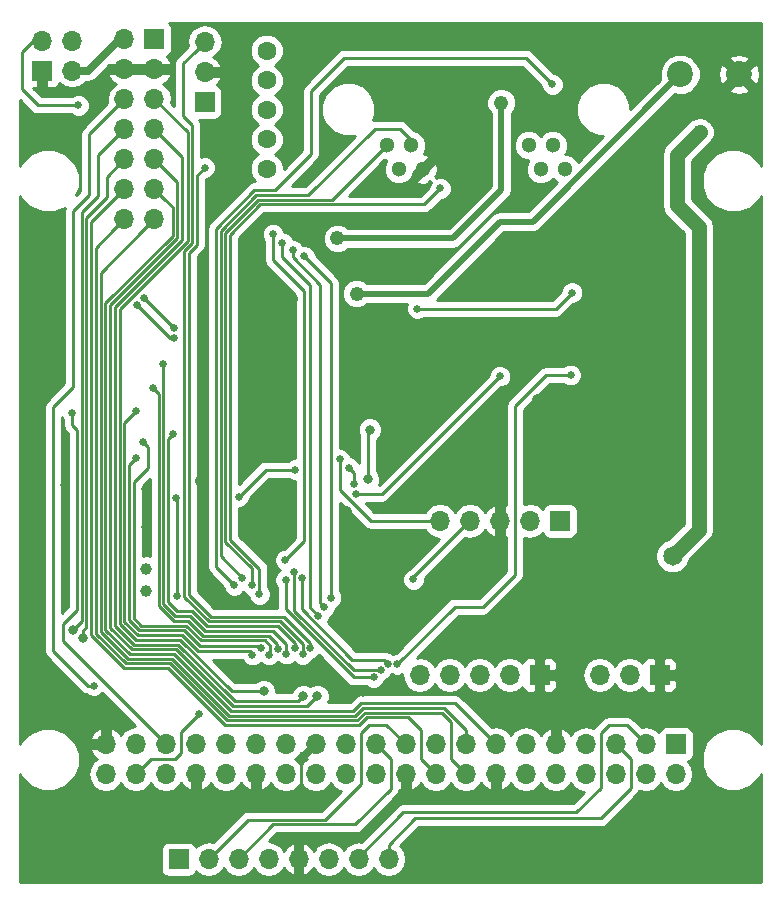
<source format=gbr>
G04 #@! TF.FileFunction,Copper,L2,Bot,Signal*
%FSLAX46Y46*%
G04 Gerber Fmt 4.6, Leading zero omitted, Abs format (unit mm)*
G04 Created by KiCad (PCBNEW 4.0.7) date 06/19/19 10:20:30*
%MOMM*%
%LPD*%
G01*
G04 APERTURE LIST*
%ADD10C,0.100000*%
%ADD11C,1.300000*%
%ADD12R,1.700000X1.700000*%
%ADD13O,1.700000X1.700000*%
%ADD14C,2.200000*%
%ADD15C,1.600000*%
%ADD16C,1.000000*%
%ADD17C,0.810000*%
%ADD18C,1.220000*%
%ADD19C,0.650000*%
%ADD20C,0.900000*%
%ADD21C,1.640000*%
%ADD22C,0.250000*%
%ADD23C,0.640000*%
%ADD24C,0.500000*%
%ADD25C,1.270000*%
%ADD26C,0.254000*%
G04 APERTURE END LIST*
D10*
D11*
X47250000Y61470000D03*
X46230000Y63500000D03*
X45210000Y61470000D03*
X44190000Y63500000D03*
X32160000Y63500000D03*
X33180000Y61470000D03*
X34200000Y63500000D03*
X35220000Y61470000D03*
D12*
X55280000Y18650000D03*
D13*
X52740000Y18650000D03*
X50200000Y18650000D03*
D12*
X45120000Y18650000D03*
D13*
X42580000Y18650000D03*
X40040000Y18650000D03*
X37500000Y18650000D03*
X34960000Y18650000D03*
D12*
X56650000Y12800000D03*
D13*
X56650000Y10260000D03*
X54110000Y12800000D03*
X54110000Y10260000D03*
X51570000Y12800000D03*
X51570000Y10260000D03*
X49030000Y12800000D03*
X49030000Y10260000D03*
X46490000Y12800000D03*
X46490000Y10260000D03*
X43950000Y12800000D03*
X43950000Y10260000D03*
X41410000Y12800000D03*
X41410000Y10260000D03*
X38870000Y12800000D03*
X38870000Y10260000D03*
X36330000Y12800000D03*
X36330000Y10260000D03*
X33790000Y12800000D03*
X33790000Y10260000D03*
X31250000Y12800000D03*
X31250000Y10260000D03*
X28710000Y12800000D03*
X28710000Y10260000D03*
X26170000Y12800000D03*
X26170000Y10260000D03*
X23630000Y12800000D03*
X23630000Y10260000D03*
X21090000Y12800000D03*
X21090000Y10260000D03*
X18550000Y12800000D03*
X18550000Y10260000D03*
X16010000Y12800000D03*
X16010000Y10260000D03*
X13470000Y12800000D03*
X13470000Y10260000D03*
X10930000Y12800000D03*
X10930000Y10260000D03*
X8390000Y12800000D03*
X8390000Y10260000D03*
D14*
X62000000Y69500000D03*
X57000000Y69500000D03*
D12*
X46830000Y31700000D03*
D13*
X44290000Y31700000D03*
X41750000Y31700000D03*
X39210000Y31700000D03*
X36670000Y31700000D03*
D12*
X16750000Y67170000D03*
D13*
X16750000Y69710000D03*
X16750000Y72250000D03*
D15*
X22000000Y71500000D03*
X22000000Y69000000D03*
X22000000Y66500000D03*
X22000000Y64000000D03*
X22000000Y61500000D03*
D12*
X12500000Y72500000D03*
D13*
X9960000Y72500000D03*
X12500000Y69960000D03*
X9960000Y69960000D03*
X12500000Y67420000D03*
X9960000Y67420000D03*
X12500000Y64880000D03*
X9960000Y64880000D03*
X12500000Y62340000D03*
X9960000Y62340000D03*
X12500000Y59800000D03*
X9960000Y59800000D03*
X12500000Y57260000D03*
X9960000Y57260000D03*
D12*
X3000000Y69800000D03*
D13*
X5540000Y69800000D03*
X3000000Y72340000D03*
X5540000Y72340000D03*
D12*
X14550000Y3050000D03*
D13*
X17090000Y3050000D03*
X19630000Y3050000D03*
X22170000Y3050000D03*
X24710000Y3050000D03*
X27250000Y3050000D03*
X29790000Y3050000D03*
X32330000Y3050000D03*
D16*
X11800000Y27650000D03*
X11800000Y25750000D03*
D17*
X4481594Y56914596D03*
X3250000Y56875000D03*
X1650000Y56875000D03*
D18*
X4625000Y17150000D03*
D19*
X2988314Y20860831D03*
D20*
X24228264Y50497379D03*
D18*
X20900000Y48950000D03*
D19*
X21629669Y32559436D03*
X23036837Y37357028D03*
D17*
X45650000Y26300000D03*
X39900000Y26300000D03*
X32600000Y39050000D03*
D20*
X16500000Y31300000D03*
X2400000Y29450000D03*
X5600000Y6750000D03*
X61750000Y17100000D03*
D19*
X39500000Y34550000D03*
D18*
X52000000Y5500000D03*
D17*
X54300000Y45400000D03*
X56600000Y47100000D03*
X30200000Y17200000D03*
X11785209Y31144101D03*
X11785209Y34413678D03*
X4950000Y34750000D03*
D21*
X62281248Y45674508D03*
D17*
X54750000Y57700000D03*
D18*
X45900000Y53900000D03*
D19*
X44100000Y54000000D03*
X53700000Y51000000D03*
D17*
X28800000Y32550000D03*
D19*
X34050000Y27900000D03*
D18*
X16506647Y35040565D03*
D17*
X60250000Y43350000D03*
D18*
X36850000Y41800000D03*
X38700000Y46500000D03*
D17*
X44908812Y42041188D03*
D18*
X62450000Y47500000D03*
X61150000Y51000000D03*
X4450000Y47000000D03*
D17*
X30563112Y35225414D03*
D19*
X34750000Y49650000D03*
X47850000Y51025000D03*
D17*
X30740165Y39415185D03*
D18*
X29634541Y50931469D03*
X58675000Y64625000D03*
D21*
X56375000Y28725000D03*
D18*
X27987844Y55620920D03*
X41850000Y67100000D03*
D19*
X7375000Y17750000D03*
X33068304Y19562025D03*
X47744039Y44052618D03*
X5550831Y40812198D03*
X24978116Y26851978D03*
X32268545Y19619540D03*
X24339514Y27357539D03*
X31676759Y19081202D03*
X16287625Y15331702D03*
X23621086Y26692328D03*
X31052413Y18453165D03*
X34414015Y26750000D03*
X19635190Y33752831D03*
X24442351Y36033292D03*
X28170671Y36899466D03*
X14358550Y33645458D03*
X14401115Y25294198D03*
X25050000Y20400000D03*
D17*
X21738215Y17270280D03*
X5600000Y22500000D03*
X25100000Y16850000D03*
X6410594Y21767697D03*
X26300000Y16850000D03*
D19*
X29384913Y34832680D03*
X6050000Y66875000D03*
X28954453Y36202770D03*
X11008047Y50011861D03*
X14150000Y47150000D03*
X11600000Y50550000D03*
X14150000Y47989299D03*
X36700000Y59850000D03*
X21378979Y25488754D03*
X20774923Y26256067D03*
X19942306Y26860123D03*
X46200000Y68650000D03*
X19250000Y26250000D03*
X29593813Y33963654D03*
X41758483Y43953239D03*
X16750000Y61600000D03*
X25664579Y20912149D03*
X14100000Y39050000D03*
X24407640Y20903963D03*
X10900000Y37000000D03*
X21535055Y20951767D03*
X11550000Y38350000D03*
X22198307Y20337193D03*
X10950000Y41000000D03*
X20788288Y20344637D03*
X12350000Y42950000D03*
X22946748Y20878748D03*
X13250010Y44999990D03*
X23659917Y20412921D03*
X23327910Y55236010D03*
X26387917Y23674280D03*
X24210985Y54621974D03*
X26879675Y24411629D03*
X25181843Y54083337D03*
X27461798Y25178327D03*
X23581173Y28381963D03*
X22535290Y55982985D03*
D22*
X25020000Y11650000D02*
X24900000Y11530000D01*
D23*
X26170000Y12800000D02*
X25020000Y11650000D01*
D22*
X24900000Y11530000D02*
X24900000Y8150000D01*
X30740165Y39415185D02*
X30577555Y39252575D01*
X30577555Y39252575D02*
X30577555Y35239857D01*
X30577555Y35239857D02*
X30563112Y35225414D01*
X46475000Y49650000D02*
X34750000Y49650000D01*
X47850000Y51025000D02*
X46475000Y49650000D01*
D23*
X5540000Y69800000D02*
X6865367Y69800000D01*
X6865367Y69800000D02*
X9565367Y72500000D01*
X9565367Y72500000D02*
X9960000Y72500000D01*
D24*
X57000000Y69500000D02*
X44521278Y57021278D01*
X44521278Y57021278D02*
X41743217Y57021278D01*
X41743217Y57021278D02*
X35653408Y50931469D01*
X35653408Y50931469D02*
X30497211Y50931469D01*
X30497211Y50931469D02*
X29634541Y50931469D01*
D25*
X56750000Y62700000D02*
X58675000Y64625000D01*
X56750000Y58425000D02*
X56750000Y62700000D01*
X58588120Y56586880D02*
X56750000Y58425000D01*
X58588120Y55838120D02*
X58588120Y56586880D01*
X56375000Y28725000D02*
X58588120Y30938120D01*
X58588120Y30938120D02*
X58588120Y55838120D01*
D24*
X28850514Y55620920D02*
X27987844Y55620920D01*
X37786824Y55620920D02*
X28850514Y55620920D01*
X41850000Y59684096D02*
X37786824Y55620920D01*
X41850000Y67100000D02*
X41850000Y59684096D01*
D22*
X6850000Y17750000D02*
X7375000Y17750000D01*
X3900000Y21207594D02*
X3900000Y20700000D01*
X3900000Y20700000D02*
X6850000Y17750000D01*
X9960000Y67420000D02*
X9110001Y66570001D01*
X9110001Y66570001D02*
X9110001Y66560001D01*
X9110001Y66560001D02*
X7000000Y64450000D01*
X7000000Y64450000D02*
X7000000Y59300000D01*
X3900000Y41338372D02*
X3900000Y21207594D01*
X7000000Y59300000D02*
X5604918Y57904918D01*
X5604918Y57904918D02*
X5604918Y43043290D01*
X5604918Y43043290D02*
X3900000Y41338372D01*
X29790000Y3050000D02*
X29790000Y3223373D01*
X50300000Y9100000D02*
X50300000Y13750000D01*
X29790000Y3223373D02*
X33577761Y7011134D01*
X50950000Y14400000D02*
X52510000Y14400000D01*
X33577761Y7011134D02*
X48211134Y7011134D01*
X48211134Y7011134D02*
X50300000Y9100000D01*
X50300000Y13750000D02*
X50950000Y14400000D01*
X52510000Y14400000D02*
X54110000Y12800000D01*
X50271637Y6521637D02*
X52850000Y9100000D01*
X52850000Y9100000D02*
X52850000Y11520000D01*
X32330000Y3050000D02*
X32330000Y4252081D01*
X32330000Y4252081D02*
X34599556Y6521637D01*
X52850000Y11520000D02*
X51570000Y12800000D01*
X34599556Y6521637D02*
X50271637Y6521637D01*
X13349999Y58950001D02*
X12500000Y59800000D01*
X14049999Y58250001D02*
X13349999Y58950001D01*
X14049999Y55850000D02*
X14049999Y58250001D01*
X8349984Y22481228D02*
X8349984Y50149984D01*
X14188372Y20427327D02*
X10403885Y20427327D01*
X19019167Y15596532D02*
X14188372Y20427327D01*
X37959972Y16250028D02*
X29984329Y16250028D01*
X41410000Y12800000D02*
X37959972Y16250028D01*
X10403885Y20427327D02*
X8349984Y22481228D01*
X29984329Y16250028D02*
X29330833Y15596532D01*
X8349984Y50149984D02*
X14049999Y55850000D01*
X29330833Y15596532D02*
X19019167Y15596532D01*
X11650001Y56410001D02*
X12500000Y57260000D01*
X7949973Y52709973D02*
X11650001Y56410001D01*
X14004083Y20027316D02*
X10238196Y20027316D01*
X29496522Y15196521D02*
X18834878Y15196521D01*
X37022064Y15850017D02*
X30150019Y15850017D01*
X38870000Y14002081D02*
X37022064Y15850017D01*
X38870000Y12800000D02*
X38870000Y14002081D01*
X7949973Y22315539D02*
X7949973Y52709973D01*
X30150019Y15850017D02*
X29496522Y15196521D01*
X10238196Y20027316D02*
X7949973Y22315539D01*
X18834878Y15196521D02*
X14004083Y20027316D01*
X9110001Y56410001D02*
X9960000Y57260000D01*
X7542038Y54842038D02*
X9110001Y56410001D01*
X10072507Y19627305D02*
X7542038Y22157774D01*
X29662211Y14796510D02*
X18669189Y14796510D01*
X30315708Y15450006D02*
X29662211Y14796510D01*
X36856375Y15450006D02*
X30315708Y15450006D01*
X37600000Y11530000D02*
X37600000Y14706381D01*
X13838394Y19627305D02*
X10072507Y19627305D01*
X7542038Y22157774D02*
X7542038Y54842038D01*
X38870000Y10260000D02*
X37600000Y11530000D01*
X18669189Y14796510D02*
X13838394Y19627305D01*
X37600000Y14706381D02*
X36856375Y15450006D01*
X18503500Y14396499D02*
X13672705Y19227294D01*
X29827900Y14396499D02*
X18503500Y14396499D01*
X9906818Y19227294D02*
X7142027Y21992085D01*
X30481397Y15049995D02*
X29827900Y14396499D01*
X13672705Y19227294D02*
X9906818Y19227294D01*
X7142027Y21992085D02*
X7142027Y56982027D01*
X34000005Y15049995D02*
X30481397Y15049995D01*
X7142027Y56982027D02*
X9110001Y58950001D01*
X35050000Y11540000D02*
X35050000Y14000000D01*
X35050000Y14000000D02*
X34000005Y15049995D01*
X36330000Y10260000D02*
X35050000Y11540000D01*
X9110001Y58950001D02*
X9960000Y59800000D01*
X30700000Y14450000D02*
X32140000Y14450000D01*
X32140000Y14450000D02*
X33790000Y12800000D01*
X30000000Y13750000D02*
X30700000Y14450000D01*
X30000000Y9450000D02*
X30000000Y13750000D01*
X26950000Y6400000D02*
X30000000Y9450000D01*
X20440000Y6400000D02*
X26950000Y6400000D01*
X17090000Y3050000D02*
X20440000Y6400000D01*
X32500000Y9000000D02*
X32500000Y11550000D01*
X32500000Y11550000D02*
X31250000Y12800000D01*
X29499990Y5999990D02*
X32500000Y9000000D01*
X22579990Y5999990D02*
X29499990Y5999990D01*
X19630000Y3050000D02*
X22579990Y5999990D01*
X43100000Y41513764D02*
X45638854Y44052618D01*
X37934182Y24427903D02*
X40327903Y24427903D01*
X33068304Y19562025D02*
X37934182Y24427903D01*
X40327903Y24427903D02*
X43025000Y27125000D01*
X43025000Y27125000D02*
X43025000Y41438764D01*
X43025000Y41438764D02*
X43100000Y41513764D01*
X45638854Y44052618D02*
X47744039Y44052618D01*
X5550831Y39799169D02*
X5550831Y40812198D01*
X5936605Y39413395D02*
X5550831Y39799169D01*
X5936605Y24136605D02*
X5936605Y39413395D01*
X4762194Y21507806D02*
X4762194Y22962194D01*
X4762194Y22962194D02*
X5936605Y24136605D01*
X13470000Y12800000D02*
X4762194Y21507806D01*
X24978116Y24212265D02*
X24978116Y26392359D01*
X29245842Y19944539D02*
X24978116Y24212265D01*
X24978116Y26392359D02*
X24978116Y26851978D01*
X31943546Y19944539D02*
X29245842Y19944539D01*
X32268545Y19619540D02*
X31943546Y19944539D01*
X24339514Y24103257D02*
X24339514Y26897920D01*
X24339514Y26897920D02*
X24339514Y27357539D01*
X29361569Y19081202D02*
X24339514Y24103257D01*
X31676759Y19081202D02*
X29361569Y19081202D01*
X15882626Y14926703D02*
X16287625Y15331702D01*
X14750000Y13794077D02*
X15882626Y14926703D01*
X14750000Y12050000D02*
X14750000Y13794077D01*
X14250000Y11550000D02*
X14750000Y12050000D01*
X12220000Y11550000D02*
X14250000Y11550000D01*
X10930000Y10260000D02*
X12220000Y11550000D01*
X23621086Y26232709D02*
X23621086Y26692328D01*
X23621086Y24202202D02*
X23621086Y26232709D01*
X31052413Y18453165D02*
X29370123Y18453165D01*
X29370123Y18453165D02*
X23621086Y24202202D01*
X34414015Y26750000D02*
X34414015Y26939476D01*
X34414015Y26939476D02*
X39174539Y31700000D01*
X39174539Y31700000D02*
X39210000Y31700000D01*
X19960189Y34077830D02*
X19635190Y33752831D01*
X21915651Y36033292D02*
X19960189Y34077830D01*
X24442351Y36033292D02*
X21915651Y36033292D01*
X36670000Y31700000D02*
X30809779Y31700000D01*
X30809779Y31700000D02*
X28170671Y34339108D01*
X28170671Y34339108D02*
X28170671Y36439847D01*
X28170671Y36439847D02*
X28170671Y36899466D01*
X14401115Y25294198D02*
X14401115Y33602893D01*
X14401115Y33602893D02*
X14358550Y33645458D01*
X25050000Y20400000D02*
X25050000Y21279882D01*
X25050000Y21279882D02*
X23147650Y23182232D01*
X23147650Y23182232D02*
X17090457Y23182232D01*
X17090457Y23182232D02*
X15028247Y25244442D01*
X15900001Y71400001D02*
X16750000Y72250000D01*
X15028247Y25244442D02*
X15028247Y54562549D01*
X15028247Y54562549D02*
X15700010Y55234312D01*
X14950000Y70450000D02*
X15900001Y71400001D01*
X15700010Y55234312D02*
X15700010Y65199990D01*
X15700010Y65199990D02*
X14950000Y65950000D01*
X14950000Y65950000D02*
X14950000Y70450000D01*
X21165459Y17270280D02*
X21738215Y17270280D01*
X19042517Y17270280D02*
X21165459Y17270280D01*
X9550014Y22978593D02*
X10901248Y21627357D01*
X14685440Y21627357D02*
X19042517Y17270280D01*
X10901248Y21627357D02*
X14685440Y21627357D01*
X9550014Y23150000D02*
X9550014Y22978593D01*
X9550014Y23150000D02*
X9550014Y49652920D01*
X9550014Y49652920D02*
X10223548Y50326454D01*
X10223548Y50326454D02*
X10226454Y50326454D01*
X10226454Y50326454D02*
X15050000Y55150000D01*
X15050000Y55150000D02*
X15050000Y55152905D01*
X15050000Y55152905D02*
X15300000Y55402905D01*
X15300000Y55402905D02*
X15300000Y64620000D01*
X15300000Y64620000D02*
X12500000Y67420000D01*
X9550014Y23150000D02*
X9550014Y23350000D01*
X5600000Y22500000D02*
X6336615Y23236615D01*
X6336615Y23236615D02*
X6336615Y57823022D01*
X6336615Y57823022D02*
X7754538Y59240945D01*
X7754538Y59240945D02*
X7754538Y62674538D01*
X7754538Y62674538D02*
X9960000Y64880000D01*
X14850020Y62529980D02*
X13349999Y64030001D01*
X9150006Y49818606D02*
X14850021Y55518623D01*
X14519751Y21227346D02*
X10735559Y21227346D01*
X19332800Y16414299D02*
X18805484Y16941613D01*
X24664299Y16414299D02*
X19332800Y16414299D01*
X9150006Y22812899D02*
X9150006Y49818606D01*
X25100000Y16850000D02*
X24664299Y16414299D01*
X18805484Y16941613D02*
X14519751Y21227346D01*
X10735559Y21227346D02*
X9150006Y22812899D01*
X13349999Y64030001D02*
X12500000Y64880000D01*
X14850021Y55518623D02*
X14850020Y62529980D01*
X6410594Y21767697D02*
X6410594Y22340453D01*
X6410594Y22340453D02*
X6742018Y22671877D01*
X6742018Y22671877D02*
X6736625Y22677270D01*
X6736625Y57380819D02*
X8459189Y59103383D01*
X6736625Y22677270D02*
X6736625Y57380819D01*
X8459189Y59103383D02*
X8459189Y60839189D01*
X8459189Y60839189D02*
X9960000Y62340000D01*
X13349999Y61490001D02*
X12500000Y62340000D01*
X8749995Y49984295D02*
X14450010Y55684312D01*
X14354061Y20827338D02*
X10569574Y20827338D01*
X19184856Y15996543D02*
X14354061Y20827338D01*
X10569574Y20827338D02*
X8749995Y22646917D01*
X25446543Y15996543D02*
X19184856Y15996543D01*
X26300000Y16850000D02*
X25446543Y15996543D01*
X8749995Y22646917D02*
X8749995Y49984295D01*
X14450010Y55684312D02*
X14450010Y60389990D01*
X14450010Y60389990D02*
X13349999Y61490001D01*
X29384913Y35292299D02*
X29384913Y34832680D01*
X29384913Y35772310D02*
X29384913Y35292299D01*
X28954453Y36202770D02*
X29384913Y35772310D01*
X6050000Y66875000D02*
X2625000Y66875000D01*
X2625000Y66875000D02*
X1275000Y68225000D01*
X1275000Y68225000D02*
X1275000Y71361009D01*
X1275000Y71361009D02*
X2253991Y72340000D01*
X2253991Y72340000D02*
X3000000Y72340000D01*
X14150000Y47150000D02*
X14130805Y47169195D01*
X14130805Y47169195D02*
X13850713Y47169195D01*
X13850713Y47169195D02*
X11008047Y50011861D01*
X14150000Y47989299D02*
X11600000Y50539299D01*
X11600000Y50539299D02*
X11600000Y50550000D01*
X34501631Y58484427D02*
X35334427Y58484427D01*
X35334427Y58484427D02*
X36700000Y59850000D01*
X21378979Y25488754D02*
X21378979Y27636721D01*
X21378979Y27636721D02*
X18900011Y30115689D01*
X18900011Y30115689D02*
X18900011Y55934311D01*
X18900011Y55934311D02*
X21450127Y58484427D01*
X21450127Y58484427D02*
X34501631Y58484427D01*
X20774923Y26256067D02*
X20774923Y27675077D01*
X18500000Y56100000D02*
X21284438Y58884438D01*
X20774923Y27675077D02*
X18500000Y29950000D01*
X18500000Y29950000D02*
X18500000Y56100000D01*
X21284438Y58884438D02*
X27544438Y58884438D01*
X27544438Y58884438D02*
X32160000Y63500000D01*
X34200000Y63500000D02*
X34192199Y63507801D01*
X34192199Y63957801D02*
X33250000Y64900000D01*
X34192199Y63507801D02*
X34192199Y63957801D01*
X31150000Y64900000D02*
X25534449Y59284449D01*
X33250000Y64900000D02*
X31150000Y64900000D01*
X25534449Y59284449D02*
X21118749Y59284449D01*
X21118749Y59284449D02*
X18099989Y56265689D01*
X18099989Y56265689D02*
X18099989Y28702440D01*
X18099989Y28702440D02*
X19942306Y26860123D01*
X43924999Y70925001D02*
X46200000Y68650000D01*
X25750000Y68100000D02*
X28575001Y70925001D01*
X28575001Y70925001D02*
X43924999Y70925001D01*
X25750000Y62750000D02*
X25750000Y68100000D01*
X22684460Y59684460D02*
X25750000Y62750000D01*
X22684460Y59684460D02*
X20953060Y59684460D01*
X17699978Y27800022D02*
X18925001Y26574999D01*
X18925001Y26574999D02*
X19250000Y26250000D01*
X20953060Y59684460D02*
X17699978Y56431378D01*
X17699978Y56431378D02*
X17699978Y27800022D01*
X30053432Y33963654D02*
X29593813Y33963654D01*
X31768898Y33963654D02*
X30053432Y33963654D01*
X41758483Y43953239D02*
X31768898Y33963654D01*
X16100020Y55068623D02*
X16100020Y60950020D01*
X16100020Y60950020D02*
X16750000Y61600000D01*
X15428257Y54396861D02*
X16100020Y55068623D01*
X15428257Y48200000D02*
X15428257Y54396861D01*
X15428257Y31921743D02*
X15428257Y48200000D01*
X15432799Y31117790D02*
X15432799Y31917201D01*
X15432799Y31917201D02*
X15428257Y31921743D01*
X25664579Y20912149D02*
X25664579Y21371768D01*
X25664579Y21371768D02*
X23454105Y23582242D01*
X23454105Y23582242D02*
X17256145Y23582242D01*
X17256145Y23582242D02*
X15432799Y25405588D01*
X15432799Y25405588D02*
X15432799Y31117790D01*
X13650020Y38600020D02*
X14100000Y39050000D01*
X22981961Y22782222D02*
X16924769Y22782222D01*
X16924769Y22782222D02*
X15656981Y24050010D01*
X13650020Y24831376D02*
X13650020Y38600020D01*
X14431386Y24050010D02*
X13650020Y24831376D01*
X24407640Y21356543D02*
X22981961Y22782222D01*
X24407640Y20903963D02*
X24407640Y21356543D01*
X15656981Y24050010D02*
X14431386Y24050010D01*
X10900000Y37000000D02*
X10350034Y36450034D01*
X10350034Y36450034D02*
X10350033Y23309972D01*
X10350033Y23309972D02*
X11232626Y22427379D01*
X11232626Y22427379D02*
X15016817Y22427379D01*
X15016817Y22427379D02*
X16325519Y21118677D01*
X16325519Y21118677D02*
X21292770Y21118677D01*
X21292770Y21118677D02*
X21459680Y20951767D01*
X21459680Y20951767D02*
X21535055Y20951767D01*
X22287178Y20426064D02*
X22198307Y20337193D01*
X21825368Y21582192D02*
X22287178Y21120382D01*
X16427704Y21582192D02*
X21825368Y21582192D01*
X22287178Y21120382D02*
X22287178Y20426064D01*
X11398315Y22827390D02*
X15182506Y22827390D01*
X10750044Y23475661D02*
X11398315Y22827390D01*
X11550000Y38350000D02*
X11954999Y37945001D01*
X10750044Y34950044D02*
X10750044Y23475661D01*
X11954999Y36154999D02*
X10750044Y34950044D01*
X15182506Y22827390D02*
X16427704Y21582192D01*
X11954999Y37945001D02*
X11954999Y36154999D01*
X10950000Y41000000D02*
X9950024Y40000024D01*
X9950024Y40000024D02*
X9950023Y23144284D01*
X9950023Y23144284D02*
X11066937Y22027368D01*
X11066937Y22027368D02*
X14851128Y22027368D01*
X14851128Y22027368D02*
X16205931Y20672565D01*
X16205931Y20672565D02*
X20590145Y20672565D01*
X20788288Y20474422D02*
X20788288Y20344637D01*
X20590145Y20672565D02*
X20788288Y20474422D01*
X12849999Y42450000D02*
X12350000Y42950000D01*
X12850000Y24499996D02*
X12849999Y42450000D01*
X14122596Y23227400D02*
X12850000Y24499996D01*
X22160147Y21982202D02*
X16593392Y21982202D01*
X22946748Y20878748D02*
X22946748Y21031415D01*
X22894332Y21083831D02*
X22894332Y21248017D01*
X22894332Y21248017D02*
X22160147Y21982202D01*
X22946748Y21031415D02*
X22894332Y21083831D01*
X15348195Y23227400D02*
X14122596Y23227400D01*
X16593392Y21982202D02*
X15348195Y23227400D01*
X23659917Y20872540D02*
X23659917Y20412921D01*
X23659917Y21250000D02*
X23659917Y20872540D01*
X16759081Y22382212D02*
X22527705Y22382212D01*
X15491294Y23649999D02*
X16759081Y22382212D01*
X13250010Y24665686D02*
X14265697Y23649999D01*
X13250010Y44999990D02*
X13250010Y24665686D01*
X22527705Y22382212D02*
X23659917Y21250000D01*
X14265697Y23649999D02*
X15491294Y23649999D01*
X23327910Y54776391D02*
X23327910Y55236010D01*
X23327910Y54006572D02*
X23327910Y54776391D01*
X25674394Y51660088D02*
X23327910Y54006572D01*
X25674394Y24387803D02*
X25674394Y51660088D01*
X26387917Y23674280D02*
X25674394Y24387803D01*
X24210985Y54162355D02*
X24210985Y54621974D01*
X24210985Y54017246D02*
X24210985Y54162355D01*
X26554676Y51673555D02*
X24210985Y54017246D01*
X26554676Y24736628D02*
X26554676Y51673555D01*
X26879675Y24411629D02*
X26554676Y24736628D01*
X25506842Y53758338D02*
X25181843Y54083337D01*
X27461798Y51803382D02*
X25506842Y53758338D01*
X27461798Y25178327D02*
X27461798Y51803382D01*
X23906172Y28706962D02*
X23581173Y28381963D01*
X25165965Y29966755D02*
X23906172Y28706962D01*
X25165965Y51132343D02*
X25165965Y29966755D01*
X22535290Y53763018D02*
X25165965Y51132343D01*
X22535290Y55982985D02*
X22535290Y53763018D01*
D26*
G36*
X63873000Y61767012D02*
X63770774Y62014418D01*
X63018379Y62768127D01*
X62034824Y63176535D01*
X60969848Y63177464D01*
X59985582Y62770774D01*
X59231873Y62018379D01*
X58823465Y61034824D01*
X58822536Y59969848D01*
X59229226Y58985582D01*
X59981621Y58231873D01*
X60965176Y57823465D01*
X62030152Y57822536D01*
X63014418Y58229226D01*
X63768127Y58981621D01*
X63873000Y59234183D01*
X63873000Y12767012D01*
X63770774Y13014418D01*
X63018379Y13768127D01*
X62034824Y14176535D01*
X60969848Y14177464D01*
X59985582Y13770774D01*
X59231873Y13018379D01*
X58823465Y12034824D01*
X58822536Y10969848D01*
X59229226Y9985582D01*
X59981621Y9231873D01*
X60965176Y8823465D01*
X62030152Y8822536D01*
X63014418Y9229226D01*
X63768127Y9981621D01*
X63873000Y10234183D01*
X63873000Y1127000D01*
X1127000Y1127000D01*
X1127000Y10232988D01*
X1229226Y9985582D01*
X1981621Y9231873D01*
X2965176Y8823465D01*
X4030152Y8822536D01*
X5014418Y9229226D01*
X5768127Y9981621D01*
X6176535Y10965176D01*
X6177464Y12030152D01*
X5770774Y13014418D01*
X5445233Y13340528D01*
X7006842Y13340528D01*
X7098064Y13117500D01*
X8072500Y13117500D01*
X8072500Y14087685D01*
X7849476Y14183133D01*
X7794171Y14160251D01*
X7318980Y13828694D01*
X7006842Y13340528D01*
X5445233Y13340528D01*
X5018379Y13768127D01*
X4034824Y14176535D01*
X2969848Y14177464D01*
X1985582Y13770774D01*
X1231873Y13018379D01*
X1127000Y12765817D01*
X1127000Y59232988D01*
X1229226Y58985582D01*
X1981621Y58231873D01*
X2965176Y57823465D01*
X4030152Y57822536D01*
X4900026Y58181960D01*
X4844918Y57904918D01*
X4844918Y43358092D01*
X3362599Y41875773D01*
X3197852Y41629211D01*
X3140000Y41338372D01*
X3140000Y20700000D01*
X3197852Y20409161D01*
X3362599Y20162599D01*
X6312599Y17212599D01*
X6559161Y17047852D01*
X6759178Y17008066D01*
X6830493Y16936626D01*
X7183206Y16790167D01*
X7565118Y16789833D01*
X7918086Y16935677D01*
X8088953Y17106245D01*
X10889217Y14305981D01*
X10361715Y14201054D01*
X9879946Y13879147D01*
X9649390Y13534094D01*
X9461020Y13828694D01*
X8985829Y14160251D01*
X8930524Y14183133D01*
X8707500Y14087685D01*
X8707500Y13117500D01*
X8727500Y13117500D01*
X8727500Y12482500D01*
X8707500Y12482500D01*
X8707500Y12462500D01*
X8072500Y12462500D01*
X8072500Y12482500D01*
X7098064Y12482500D01*
X7006842Y12259472D01*
X7318980Y11771306D01*
X7645625Y11543395D01*
X7339946Y11339147D01*
X7018039Y10857378D01*
X6905000Y10289093D01*
X6905000Y10230907D01*
X7018039Y9662622D01*
X7339946Y9180853D01*
X7821715Y8858946D01*
X8390000Y8745907D01*
X8958285Y8858946D01*
X9440054Y9180853D01*
X9660000Y9510026D01*
X9879946Y9180853D01*
X10361715Y8858946D01*
X10930000Y8745907D01*
X11498285Y8858946D01*
X11980054Y9180853D01*
X12200000Y9510026D01*
X12419946Y9180853D01*
X12901715Y8858946D01*
X13470000Y8745907D01*
X14038285Y8858946D01*
X14520054Y9180853D01*
X14750610Y9525906D01*
X14938980Y9231306D01*
X15414171Y8899749D01*
X15469476Y8876867D01*
X15692500Y8972315D01*
X15692500Y9942500D01*
X15672500Y9942500D01*
X15672500Y10577500D01*
X15692500Y10577500D01*
X15692500Y10597500D01*
X16327500Y10597500D01*
X16327500Y10577500D01*
X16347500Y10577500D01*
X16347500Y9942500D01*
X16327500Y9942500D01*
X16327500Y8972315D01*
X16550524Y8876867D01*
X16605829Y8899749D01*
X17081020Y9231306D01*
X17269390Y9525906D01*
X17499946Y9180853D01*
X17981715Y8858946D01*
X18550000Y8745907D01*
X19118285Y8858946D01*
X19600054Y9180853D01*
X19830610Y9525906D01*
X20018980Y9231306D01*
X20494171Y8899749D01*
X20549476Y8876867D01*
X20772500Y8972315D01*
X20772500Y9942500D01*
X20752500Y9942500D01*
X20752500Y10577500D01*
X20772500Y10577500D01*
X20772500Y10597500D01*
X21407500Y10597500D01*
X21407500Y10577500D01*
X21427500Y10577500D01*
X21427500Y9942500D01*
X21407500Y9942500D01*
X21407500Y8972315D01*
X21630524Y8876867D01*
X21685829Y8899749D01*
X22161020Y9231306D01*
X22349390Y9525906D01*
X22579946Y9180853D01*
X23061715Y8858946D01*
X23630000Y8745907D01*
X24198285Y8858946D01*
X24680054Y9180853D01*
X24900000Y9510026D01*
X25119946Y9180853D01*
X25601715Y8858946D01*
X26170000Y8745907D01*
X26738285Y8858946D01*
X27220054Y9180853D01*
X27440000Y9510026D01*
X27659946Y9180853D01*
X28141715Y8858946D01*
X28302218Y8827020D01*
X26635198Y7160000D01*
X20440000Y7160000D01*
X20197414Y7111746D01*
X20149160Y7102148D01*
X19902599Y6937401D01*
X17456408Y4491210D01*
X17090000Y4564093D01*
X16521715Y4451054D01*
X16039946Y4129147D01*
X16012150Y4087548D01*
X16003162Y4135317D01*
X15864090Y4351441D01*
X15651890Y4496431D01*
X15400000Y4547440D01*
X13700000Y4547440D01*
X13464683Y4503162D01*
X13248559Y4364090D01*
X13103569Y4151890D01*
X13052560Y3900000D01*
X13052560Y2200000D01*
X13096838Y1964683D01*
X13235910Y1748559D01*
X13448110Y1603569D01*
X13700000Y1552560D01*
X15400000Y1552560D01*
X15635317Y1596838D01*
X15851441Y1735910D01*
X15996431Y1948110D01*
X16010086Y2015541D01*
X16039946Y1970853D01*
X16521715Y1648946D01*
X17090000Y1535907D01*
X17658285Y1648946D01*
X18140054Y1970853D01*
X18360000Y2300026D01*
X18579946Y1970853D01*
X19061715Y1648946D01*
X19630000Y1535907D01*
X20198285Y1648946D01*
X20680054Y1970853D01*
X20900000Y2300026D01*
X21119946Y1970853D01*
X21601715Y1648946D01*
X22170000Y1535907D01*
X22738285Y1648946D01*
X23220054Y1970853D01*
X23450610Y2315906D01*
X23638980Y2021306D01*
X24114171Y1689749D01*
X24169476Y1666867D01*
X24392500Y1762315D01*
X24392500Y2732500D01*
X24372500Y2732500D01*
X24372500Y3367500D01*
X24392500Y3367500D01*
X24392500Y4337685D01*
X24169476Y4433133D01*
X24114171Y4410251D01*
X23638980Y4078694D01*
X23450610Y3784094D01*
X23220054Y4129147D01*
X22738285Y4451054D01*
X22210783Y4555981D01*
X22894792Y5239990D01*
X29499990Y5239990D01*
X29790829Y5297842D01*
X30037391Y5462589D01*
X33037401Y8462599D01*
X33202148Y8709161D01*
X33236569Y8882207D01*
X33249476Y8876867D01*
X33472500Y8972315D01*
X33472500Y9942500D01*
X33452500Y9942500D01*
X33452500Y10577500D01*
X33472500Y10577500D01*
X33472500Y10597500D01*
X34107500Y10597500D01*
X34107500Y10577500D01*
X34127500Y10577500D01*
X34127500Y9942500D01*
X34107500Y9942500D01*
X34107500Y8972315D01*
X34330524Y8876867D01*
X34385829Y8899749D01*
X34861020Y9231306D01*
X35049390Y9525906D01*
X35279946Y9180853D01*
X35761715Y8858946D01*
X36330000Y8745907D01*
X36898285Y8858946D01*
X37380054Y9180853D01*
X37600000Y9510026D01*
X37819946Y9180853D01*
X38301715Y8858946D01*
X38870000Y8745907D01*
X39438285Y8858946D01*
X39920054Y9180853D01*
X40150610Y9525906D01*
X40338980Y9231306D01*
X40814171Y8899749D01*
X40869476Y8876867D01*
X41092500Y8972315D01*
X41092500Y9942500D01*
X41072500Y9942500D01*
X41072500Y10577500D01*
X41092500Y10577500D01*
X41092500Y10597500D01*
X41727500Y10597500D01*
X41727500Y10577500D01*
X41747500Y10577500D01*
X41747500Y9942500D01*
X41727500Y9942500D01*
X41727500Y8972315D01*
X41950524Y8876867D01*
X42005829Y8899749D01*
X42481020Y9231306D01*
X42669390Y9525906D01*
X42899946Y9180853D01*
X43381715Y8858946D01*
X43950000Y8745907D01*
X44518285Y8858946D01*
X45000054Y9180853D01*
X45220000Y9510026D01*
X45439946Y9180853D01*
X45921715Y8858946D01*
X46490000Y8745907D01*
X47058285Y8858946D01*
X47540054Y9180853D01*
X47760000Y9510026D01*
X47979946Y9180853D01*
X48461715Y8858946D01*
X48897467Y8772269D01*
X47896332Y7771134D01*
X33577761Y7771134D01*
X33286922Y7713282D01*
X33040360Y7548535D01*
X30011799Y4519974D01*
X29790000Y4564093D01*
X29221715Y4451054D01*
X28739946Y4129147D01*
X28520000Y3799974D01*
X28300054Y4129147D01*
X27818285Y4451054D01*
X27250000Y4564093D01*
X26681715Y4451054D01*
X26199946Y4129147D01*
X25969390Y3784094D01*
X25781020Y4078694D01*
X25305829Y4410251D01*
X25250524Y4433133D01*
X25027500Y4337685D01*
X25027500Y3367500D01*
X25047500Y3367500D01*
X25047500Y2732500D01*
X25027500Y2732500D01*
X25027500Y1762315D01*
X25250524Y1666867D01*
X25305829Y1689749D01*
X25781020Y2021306D01*
X25969390Y2315906D01*
X26199946Y1970853D01*
X26681715Y1648946D01*
X27250000Y1535907D01*
X27818285Y1648946D01*
X28300054Y1970853D01*
X28520000Y2300026D01*
X28739946Y1970853D01*
X29221715Y1648946D01*
X29790000Y1535907D01*
X30358285Y1648946D01*
X30840054Y1970853D01*
X31060000Y2300026D01*
X31279946Y1970853D01*
X31761715Y1648946D01*
X32330000Y1535907D01*
X32898285Y1648946D01*
X33380054Y1970853D01*
X33701961Y2452622D01*
X33815000Y3020907D01*
X33815000Y3079093D01*
X33701961Y3647378D01*
X33380054Y4129147D01*
X33321196Y4168475D01*
X34914358Y5761637D01*
X50271637Y5761637D01*
X50562476Y5819489D01*
X50809038Y5984236D01*
X53387401Y8562599D01*
X53552148Y8809161D01*
X53561277Y8855055D01*
X54110000Y8745907D01*
X54678285Y8858946D01*
X55160054Y9180853D01*
X55380000Y9510026D01*
X55599946Y9180853D01*
X56081715Y8858946D01*
X56650000Y8745907D01*
X57218285Y8858946D01*
X57700054Y9180853D01*
X58021961Y9662622D01*
X58135000Y10230907D01*
X58135000Y10289093D01*
X58021961Y10857378D01*
X57700054Y11339147D01*
X57698821Y11339971D01*
X57735317Y11346838D01*
X57951441Y11485910D01*
X58096431Y11698110D01*
X58147440Y11950000D01*
X58147440Y13650000D01*
X58103162Y13885317D01*
X57964090Y14101441D01*
X57751890Y14246431D01*
X57500000Y14297440D01*
X55800000Y14297440D01*
X55564683Y14253162D01*
X55348559Y14114090D01*
X55203569Y13901890D01*
X55189914Y13834459D01*
X55160054Y13879147D01*
X54678285Y14201054D01*
X54110000Y14314093D01*
X53743592Y14241210D01*
X53047401Y14937401D01*
X52800839Y15102148D01*
X52510000Y15160000D01*
X50950000Y15160000D01*
X50659161Y15102148D01*
X50412599Y14937401D01*
X49762599Y14287401D01*
X49671995Y14151803D01*
X49598285Y14201054D01*
X49030000Y14314093D01*
X48461715Y14201054D01*
X47979946Y13879147D01*
X47749390Y13534094D01*
X47561020Y13828694D01*
X47085829Y14160251D01*
X47030524Y14183133D01*
X46807500Y14087685D01*
X46807500Y13117500D01*
X46827500Y13117500D01*
X46827500Y12482500D01*
X46807500Y12482500D01*
X46807500Y12462500D01*
X46172500Y12462500D01*
X46172500Y12482500D01*
X46152500Y12482500D01*
X46152500Y13117500D01*
X46172500Y13117500D01*
X46172500Y14087685D01*
X45949476Y14183133D01*
X45894171Y14160251D01*
X45418980Y13828694D01*
X45230610Y13534094D01*
X45000054Y13879147D01*
X44518285Y14201054D01*
X43950000Y14314093D01*
X43381715Y14201054D01*
X42899946Y13879147D01*
X42680000Y13549974D01*
X42460054Y13879147D01*
X41978285Y14201054D01*
X41410000Y14314093D01*
X41043592Y14241210D01*
X38497373Y16787429D01*
X38250811Y16952176D01*
X37959972Y17010028D01*
X29984329Y17010028D01*
X29693490Y16952176D01*
X29446928Y16787429D01*
X29016031Y16356532D01*
X27221190Y16356532D01*
X27339819Y16642224D01*
X27340180Y17055961D01*
X27182183Y17438343D01*
X26889882Y17731155D01*
X26507776Y17889819D01*
X26094039Y17890180D01*
X25711657Y17732183D01*
X25700236Y17720782D01*
X25689882Y17731155D01*
X25307776Y17889819D01*
X24894039Y17890180D01*
X24511657Y17732183D01*
X24218845Y17439882D01*
X24108565Y17174299D01*
X22778132Y17174299D01*
X22778395Y17476241D01*
X22620398Y17858623D01*
X22328097Y18151435D01*
X21945991Y18310099D01*
X21532254Y18310460D01*
X21149872Y18152463D01*
X21027475Y18030280D01*
X19357319Y18030280D01*
X17475034Y19912565D01*
X19928095Y19912565D01*
X19973965Y19801551D01*
X20243781Y19531263D01*
X20596494Y19384804D01*
X20978406Y19384470D01*
X21331374Y19530314D01*
X21489621Y19688285D01*
X21653800Y19523819D01*
X22006513Y19377360D01*
X22388425Y19377026D01*
X22741393Y19522870D01*
X22967067Y19748150D01*
X23115410Y19599547D01*
X23468123Y19453088D01*
X23850035Y19452754D01*
X24203003Y19598598D01*
X24348526Y19743867D01*
X24505493Y19586626D01*
X24858206Y19440167D01*
X25240118Y19439833D01*
X25593086Y19585677D01*
X25863374Y19855493D01*
X25913535Y19976293D01*
X26207665Y20097826D01*
X26429356Y20319130D01*
X28832722Y17915764D01*
X29079284Y17751017D01*
X29370123Y17693165D01*
X30454625Y17693165D01*
X30507906Y17639791D01*
X30860619Y17493332D01*
X31242531Y17492998D01*
X31595499Y17638842D01*
X31865787Y17908658D01*
X31972012Y18164476D01*
X32219845Y18266879D01*
X32490133Y18536695D01*
X32558141Y18700477D01*
X32599078Y18717392D01*
X32876510Y18602192D01*
X33258422Y18601858D01*
X33477656Y18692444D01*
X33475000Y18679093D01*
X33475000Y18620907D01*
X33588039Y18052622D01*
X33909946Y17570853D01*
X34391715Y17248946D01*
X34960000Y17135907D01*
X35528285Y17248946D01*
X36010054Y17570853D01*
X36230000Y17900026D01*
X36449946Y17570853D01*
X36931715Y17248946D01*
X37500000Y17135907D01*
X38068285Y17248946D01*
X38550054Y17570853D01*
X38770000Y17900026D01*
X38989946Y17570853D01*
X39471715Y17248946D01*
X40040000Y17135907D01*
X40608285Y17248946D01*
X41090054Y17570853D01*
X41310000Y17900026D01*
X41529946Y17570853D01*
X42011715Y17248946D01*
X42580000Y17135907D01*
X43148285Y17248946D01*
X43630054Y17570853D01*
X43659403Y17614777D01*
X43731673Y17440302D01*
X43910301Y17261673D01*
X44143690Y17165000D01*
X44643750Y17165000D01*
X44802500Y17323750D01*
X44802500Y18332500D01*
X45437500Y18332500D01*
X45437500Y17323750D01*
X45596250Y17165000D01*
X46096310Y17165000D01*
X46329699Y17261673D01*
X46508327Y17440302D01*
X46605000Y17673691D01*
X46605000Y18173750D01*
X46446250Y18332500D01*
X45437500Y18332500D01*
X44802500Y18332500D01*
X44782500Y18332500D01*
X44782500Y18679093D01*
X48715000Y18679093D01*
X48715000Y18620907D01*
X48828039Y18052622D01*
X49149946Y17570853D01*
X49631715Y17248946D01*
X50200000Y17135907D01*
X50768285Y17248946D01*
X51250054Y17570853D01*
X51470000Y17900026D01*
X51689946Y17570853D01*
X52171715Y17248946D01*
X52740000Y17135907D01*
X53308285Y17248946D01*
X53790054Y17570853D01*
X53819403Y17614777D01*
X53891673Y17440302D01*
X54070301Y17261673D01*
X54303690Y17165000D01*
X54803750Y17165000D01*
X54962500Y17323750D01*
X54962500Y18332500D01*
X55597500Y18332500D01*
X55597500Y17323750D01*
X55756250Y17165000D01*
X56256310Y17165000D01*
X56489699Y17261673D01*
X56668327Y17440302D01*
X56765000Y17673691D01*
X56765000Y18173750D01*
X56606250Y18332500D01*
X55597500Y18332500D01*
X54962500Y18332500D01*
X54942500Y18332500D01*
X54942500Y18967500D01*
X54962500Y18967500D01*
X54962500Y19976250D01*
X55597500Y19976250D01*
X55597500Y18967500D01*
X56606250Y18967500D01*
X56765000Y19126250D01*
X56765000Y19626309D01*
X56668327Y19859698D01*
X56489699Y20038327D01*
X56256310Y20135000D01*
X55756250Y20135000D01*
X55597500Y19976250D01*
X54962500Y19976250D01*
X54803750Y20135000D01*
X54303690Y20135000D01*
X54070301Y20038327D01*
X53891673Y19859698D01*
X53819403Y19685223D01*
X53790054Y19729147D01*
X53308285Y20051054D01*
X52740000Y20164093D01*
X52171715Y20051054D01*
X51689946Y19729147D01*
X51470000Y19399974D01*
X51250054Y19729147D01*
X50768285Y20051054D01*
X50200000Y20164093D01*
X49631715Y20051054D01*
X49149946Y19729147D01*
X48828039Y19247378D01*
X48715000Y18679093D01*
X44782500Y18679093D01*
X44782500Y18967500D01*
X44802500Y18967500D01*
X44802500Y19976250D01*
X45437500Y19976250D01*
X45437500Y18967500D01*
X46446250Y18967500D01*
X46605000Y19126250D01*
X46605000Y19626309D01*
X46508327Y19859698D01*
X46329699Y20038327D01*
X46096310Y20135000D01*
X45596250Y20135000D01*
X45437500Y19976250D01*
X44802500Y19976250D01*
X44643750Y20135000D01*
X44143690Y20135000D01*
X43910301Y20038327D01*
X43731673Y19859698D01*
X43659403Y19685223D01*
X43630054Y19729147D01*
X43148285Y20051054D01*
X42580000Y20164093D01*
X42011715Y20051054D01*
X41529946Y19729147D01*
X41310000Y19399974D01*
X41090054Y19729147D01*
X40608285Y20051054D01*
X40040000Y20164093D01*
X39471715Y20051054D01*
X38989946Y19729147D01*
X38770000Y19399974D01*
X38550054Y19729147D01*
X38068285Y20051054D01*
X37500000Y20164093D01*
X36931715Y20051054D01*
X36449946Y19729147D01*
X36230000Y19399974D01*
X36010054Y19729147D01*
X35528285Y20051054D01*
X34960000Y20164093D01*
X34691832Y20110751D01*
X38248984Y23667903D01*
X40327903Y23667903D01*
X40618742Y23725755D01*
X40865304Y23890502D01*
X43562401Y26587599D01*
X43727148Y26834161D01*
X43785000Y27125000D01*
X43785000Y28436852D01*
X54919748Y28436852D01*
X55140792Y27901886D01*
X55549733Y27492230D01*
X56084313Y27270253D01*
X56663148Y27269748D01*
X57198114Y27490792D01*
X57607770Y27899733D01*
X57793804Y28347752D01*
X59486143Y30040092D01*
X59486146Y30040094D01*
X59761447Y30452112D01*
X59858120Y30938120D01*
X59858120Y56586880D01*
X59761447Y57072888D01*
X59486146Y57484906D01*
X59486143Y57484908D01*
X58020000Y58951052D01*
X58020000Y62173948D01*
X59573026Y63726974D01*
X59643908Y63833057D01*
X59729844Y63918843D01*
X59776820Y64031974D01*
X59848327Y64138992D01*
X59873218Y64264126D01*
X59919783Y64376268D01*
X59919890Y64498764D01*
X59945000Y64625000D01*
X59920110Y64750131D01*
X59920216Y64871559D01*
X59873437Y64984774D01*
X59848327Y65111008D01*
X59777445Y65217090D01*
X59731075Y65329315D01*
X59644533Y65416008D01*
X59573026Y65523026D01*
X59466943Y65593908D01*
X59381157Y65679844D01*
X59268026Y65726820D01*
X59161008Y65798327D01*
X59035874Y65823218D01*
X58923732Y65869783D01*
X58801236Y65869890D01*
X58675000Y65895000D01*
X58549869Y65870110D01*
X58428441Y65870216D01*
X58315226Y65823437D01*
X58188992Y65798327D01*
X58082910Y65727445D01*
X57970685Y65681075D01*
X57883992Y65594533D01*
X57776974Y65523026D01*
X55851974Y63598026D01*
X55576673Y63186008D01*
X55479999Y62700000D01*
X55480000Y62699995D01*
X55480000Y58425005D01*
X55479999Y58425000D01*
X55576673Y57938992D01*
X55851974Y57526974D01*
X57318120Y56060829D01*
X57318120Y31464171D01*
X55997126Y30143178D01*
X55551886Y29959208D01*
X55142230Y29550267D01*
X54920253Y29015687D01*
X54919748Y28436852D01*
X43785000Y28436852D01*
X43785000Y30286358D01*
X44290000Y30185907D01*
X44858285Y30298946D01*
X45340054Y30620853D01*
X45367850Y30662452D01*
X45376838Y30614683D01*
X45515910Y30398559D01*
X45728110Y30253569D01*
X45980000Y30202560D01*
X47680000Y30202560D01*
X47915317Y30246838D01*
X48131441Y30385910D01*
X48276431Y30598110D01*
X48327440Y30850000D01*
X48327440Y32550000D01*
X48283162Y32785317D01*
X48144090Y33001441D01*
X47931890Y33146431D01*
X47680000Y33197440D01*
X45980000Y33197440D01*
X45744683Y33153162D01*
X45528559Y33014090D01*
X45383569Y32801890D01*
X45369914Y32734459D01*
X45340054Y32779147D01*
X44858285Y33101054D01*
X44290000Y33214093D01*
X43785000Y33113642D01*
X43785000Y41123962D01*
X45953656Y43292618D01*
X47146251Y43292618D01*
X47199532Y43239244D01*
X47552245Y43092785D01*
X47934157Y43092451D01*
X48287125Y43238295D01*
X48557413Y43508111D01*
X48703872Y43860824D01*
X48704206Y44242736D01*
X48558362Y44595704D01*
X48288546Y44865992D01*
X47935833Y45012451D01*
X47553921Y45012785D01*
X47200953Y44866941D01*
X47146535Y44812618D01*
X45638854Y44812618D01*
X45348015Y44754766D01*
X45101453Y44590019D01*
X42487599Y41976165D01*
X42322852Y41729603D01*
X42265000Y41438764D01*
X42265000Y33072209D01*
X42067500Y32987685D01*
X42067500Y32017500D01*
X42087500Y32017500D01*
X42087500Y31382500D01*
X42067500Y31382500D01*
X42067500Y30412315D01*
X42265000Y30327791D01*
X42265000Y27439802D01*
X40013101Y25187903D01*
X37934182Y25187903D01*
X37643343Y25130051D01*
X37396781Y24965304D01*
X32953603Y20522126D01*
X32878186Y20522192D01*
X32737771Y20464173D01*
X32460339Y20579373D01*
X32334964Y20579483D01*
X32234385Y20646687D01*
X31943546Y20704539D01*
X29560644Y20704539D01*
X27168322Y23096861D01*
X27201291Y23129773D01*
X27347750Y23482486D01*
X27347823Y23566342D01*
X27422761Y23597306D01*
X27693049Y23867122D01*
X27839508Y24219835D01*
X27839574Y24295699D01*
X28004884Y24364004D01*
X28275172Y24633820D01*
X28421631Y24986533D01*
X28421965Y25368445D01*
X28276121Y25721413D01*
X28221798Y25775831D01*
X28221798Y33213179D01*
X30272378Y31162599D01*
X30518939Y30997852D01*
X30809779Y30940000D01*
X35406699Y30940000D01*
X35619946Y30620853D01*
X36101715Y30298946D01*
X36599640Y30199903D01*
X34029637Y27629900D01*
X33870929Y27564323D01*
X33600641Y27294507D01*
X33454182Y26941794D01*
X33453848Y26559882D01*
X33599692Y26206914D01*
X33869508Y25936626D01*
X34222221Y25790167D01*
X34604133Y25789833D01*
X34957101Y25935677D01*
X35227389Y26205493D01*
X35373848Y26558206D01*
X35374081Y26824740D01*
X38814014Y30264673D01*
X39210000Y30185907D01*
X39778285Y30298946D01*
X40260054Y30620853D01*
X40490610Y30965906D01*
X40678980Y30671306D01*
X41154171Y30339749D01*
X41209476Y30316867D01*
X41432500Y30412315D01*
X41432500Y31382500D01*
X41412500Y31382500D01*
X41412500Y32017500D01*
X41432500Y32017500D01*
X41432500Y32987685D01*
X41209476Y33083133D01*
X41154171Y33060251D01*
X40678980Y32728694D01*
X40490610Y32434094D01*
X40260054Y32779147D01*
X39778285Y33101054D01*
X39210000Y33214093D01*
X38641715Y33101054D01*
X38159946Y32779147D01*
X37940000Y32449974D01*
X37720054Y32779147D01*
X37238285Y33101054D01*
X36670000Y33214093D01*
X36101715Y33101054D01*
X35619946Y32779147D01*
X35406699Y32460000D01*
X31124581Y32460000D01*
X30380927Y33203654D01*
X31768898Y33203654D01*
X32059737Y33261506D01*
X32306299Y33426253D01*
X41873184Y42993138D01*
X41948601Y42993072D01*
X42301569Y43138916D01*
X42571857Y43408732D01*
X42718316Y43761445D01*
X42718650Y44143357D01*
X42572806Y44496325D01*
X42302990Y44766613D01*
X41950277Y44913072D01*
X41568365Y44913406D01*
X41215397Y44767562D01*
X40945109Y44497746D01*
X40798650Y44145033D01*
X40798583Y44068141D01*
X31499862Y34769420D01*
X31602931Y35017638D01*
X31603292Y35431375D01*
X31445295Y35813757D01*
X31337555Y35921685D01*
X31337555Y38542033D01*
X31621320Y38825303D01*
X31779984Y39207409D01*
X31780345Y39621146D01*
X31622348Y40003528D01*
X31330047Y40296340D01*
X30947941Y40455004D01*
X30534204Y40455365D01*
X30151822Y40297368D01*
X29859010Y40005067D01*
X29700346Y39622961D01*
X29699985Y39209224D01*
X29817555Y38924683D01*
X29817555Y36627802D01*
X29768776Y36745856D01*
X29498960Y37016144D01*
X29146247Y37162603D01*
X29100651Y37162643D01*
X28984994Y37442552D01*
X28715178Y37712840D01*
X28362465Y37859299D01*
X28221798Y37859422D01*
X28221798Y50684910D01*
X28389325Y50684910D01*
X28578466Y50227154D01*
X28928384Y49876625D01*
X29385809Y49686686D01*
X29881100Y49686253D01*
X30338856Y49875394D01*
X30510230Y50046469D01*
X33875155Y50046469D01*
X33790167Y49841794D01*
X33789833Y49459882D01*
X33935677Y49106914D01*
X34205493Y48836626D01*
X34558206Y48690167D01*
X34940118Y48689833D01*
X35293086Y48835677D01*
X35347504Y48890000D01*
X46475000Y48890000D01*
X46765839Y48947852D01*
X47012401Y49112599D01*
X47964701Y50064899D01*
X48040118Y50064833D01*
X48393086Y50210677D01*
X48663374Y50480493D01*
X48809833Y50833206D01*
X48810167Y51215118D01*
X48664323Y51568086D01*
X48394507Y51838374D01*
X48041794Y51984833D01*
X47659882Y51985167D01*
X47306914Y51839323D01*
X47036626Y51569507D01*
X46890167Y51216794D01*
X46890100Y51139902D01*
X46160198Y50410000D01*
X36383519Y50410000D01*
X42109796Y56136278D01*
X44521273Y56136278D01*
X44521278Y56136277D01*
X44822409Y56196177D01*
X44859953Y56203645D01*
X45147068Y56395488D01*
X56556928Y67805349D01*
X56653373Y67765301D01*
X57343599Y67764699D01*
X57981515Y68028281D01*
X58112696Y68159234D01*
X61108247Y68159234D01*
X61233960Y67905474D01*
X61902470Y67733700D01*
X62585828Y67830828D01*
X62766040Y67905474D01*
X62891753Y68159234D01*
X62000000Y69050987D01*
X61108247Y68159234D01*
X58112696Y68159234D01*
X58470004Y68515918D01*
X58734699Y69153373D01*
X58735086Y69597530D01*
X60233700Y69597530D01*
X60330828Y68914172D01*
X60405474Y68733960D01*
X60659234Y68608247D01*
X61550987Y69500000D01*
X62449013Y69500000D01*
X63340766Y68608247D01*
X63594526Y68733960D01*
X63766300Y69402470D01*
X63669172Y70085828D01*
X63594526Y70266040D01*
X63340766Y70391753D01*
X62449013Y69500000D01*
X61550987Y69500000D01*
X60659234Y70391753D01*
X60405474Y70266040D01*
X60233700Y69597530D01*
X58735086Y69597530D01*
X58735301Y69843599D01*
X58471719Y70481515D01*
X58113095Y70840766D01*
X61108247Y70840766D01*
X62000000Y69949013D01*
X62891753Y70840766D01*
X62766040Y71094526D01*
X62097530Y71266300D01*
X61414172Y71169172D01*
X61233960Y71094526D01*
X61108247Y70840766D01*
X58113095Y70840766D01*
X57984082Y70970004D01*
X57346627Y71234699D01*
X56656401Y71235301D01*
X56018485Y70971719D01*
X55529996Y70484082D01*
X55265301Y69846627D01*
X55264699Y69156401D01*
X55305668Y69057248D01*
X52784990Y66536569D01*
X52785396Y67002521D01*
X52438258Y67842658D01*
X51796039Y68485999D01*
X50956509Y68834603D01*
X50047479Y68835396D01*
X49207342Y68488258D01*
X48564001Y67846039D01*
X48215397Y67006509D01*
X48214604Y66097479D01*
X48561742Y65257342D01*
X49203961Y64614001D01*
X50043491Y64265397D01*
X50513408Y64264987D01*
X48370810Y62122390D01*
X48340005Y62196943D01*
X47978845Y62558735D01*
X47506724Y62754777D01*
X47302507Y62754955D01*
X47318735Y62771155D01*
X47514777Y63243276D01*
X47515223Y63754481D01*
X47320005Y64226943D01*
X46958845Y64588735D01*
X46486724Y64784777D01*
X45975519Y64785223D01*
X45503057Y64590005D01*
X45209805Y64297266D01*
X44918845Y64588735D01*
X44446724Y64784777D01*
X43935519Y64785223D01*
X43463057Y64590005D01*
X43101265Y64228845D01*
X42905223Y63756724D01*
X42904777Y63245519D01*
X43099995Y62773057D01*
X43461155Y62411265D01*
X43933276Y62215223D01*
X44137493Y62215045D01*
X44121265Y62198845D01*
X43925223Y61726724D01*
X43924777Y61215519D01*
X44119995Y60743057D01*
X44481155Y60381265D01*
X44953276Y60185223D01*
X45464481Y60184777D01*
X45936943Y60379995D01*
X46230195Y60672734D01*
X46521155Y60381265D01*
X46597842Y60349422D01*
X44154698Y57906278D01*
X41743217Y57906278D01*
X41404542Y57838911D01*
X41117427Y57647068D01*
X41117425Y57647065D01*
X35286828Y51816469D01*
X30510246Y51816469D01*
X30340698Y51986313D01*
X29883273Y52176252D01*
X29387982Y52176685D01*
X28930226Y51987544D01*
X28579697Y51637626D01*
X28389758Y51180201D01*
X28389325Y50684910D01*
X28221798Y50684910D01*
X28221798Y51803382D01*
X28192449Y51950928D01*
X28163946Y52094222D01*
X27999199Y52340783D01*
X26141944Y54198038D01*
X26142010Y54273455D01*
X25996166Y54626423D01*
X25726350Y54896711D01*
X25373637Y55043170D01*
X25075564Y55043431D01*
X25025308Y55165060D01*
X24816373Y55374361D01*
X26742628Y55374361D01*
X26931769Y54916605D01*
X27281687Y54566076D01*
X27739112Y54376137D01*
X28234403Y54375704D01*
X28692159Y54564845D01*
X28863533Y54735920D01*
X37786819Y54735920D01*
X37786824Y54735919D01*
X38069308Y54792110D01*
X38125499Y54803287D01*
X38412614Y54995130D01*
X42475787Y59058304D01*
X42475790Y59058306D01*
X42667633Y59345421D01*
X42667634Y59345422D01*
X42735001Y59684096D01*
X42735000Y59684101D01*
X42735000Y66224295D01*
X42904844Y66393843D01*
X43094783Y66851268D01*
X43095216Y67346559D01*
X42906075Y67804315D01*
X42556157Y68154844D01*
X42098732Y68344783D01*
X41603441Y68345216D01*
X41145685Y68156075D01*
X40795156Y67806157D01*
X40605217Y67348732D01*
X40604784Y66853441D01*
X40793925Y66395685D01*
X40965000Y66224311D01*
X40965000Y60050675D01*
X37420244Y56505920D01*
X28863549Y56505920D01*
X28694001Y56675764D01*
X28236576Y56865703D01*
X27741285Y56866136D01*
X27283529Y56676995D01*
X26933000Y56327077D01*
X26743061Y55869652D01*
X26742628Y55374361D01*
X24816373Y55374361D01*
X24755492Y55435348D01*
X24402779Y55581807D01*
X24223687Y55581964D01*
X24142233Y55779096D01*
X23872417Y56049384D01*
X23519704Y56195843D01*
X23486049Y56195872D01*
X23349613Y56526071D01*
X23079797Y56796359D01*
X22727084Y56942818D01*
X22345172Y56943152D01*
X21992204Y56797308D01*
X21721916Y56527492D01*
X21575457Y56174779D01*
X21575123Y55792867D01*
X21720967Y55439899D01*
X21775290Y55385481D01*
X21775290Y53763018D01*
X21833142Y53472179D01*
X21997889Y53225617D01*
X24405965Y50817541D01*
X24405965Y36993325D01*
X24252233Y36993459D01*
X23899265Y36847615D01*
X23844847Y36793292D01*
X21915651Y36793292D01*
X21624812Y36735440D01*
X21378250Y36570693D01*
X19660011Y34852454D01*
X19660011Y55619509D01*
X21764929Y57724427D01*
X35334427Y57724427D01*
X35625266Y57782279D01*
X35871828Y57947026D01*
X36814701Y58889899D01*
X36890118Y58889833D01*
X37243086Y59035677D01*
X37513374Y59305493D01*
X37659833Y59658206D01*
X37660167Y60040118D01*
X37514323Y60393086D01*
X37244507Y60663374D01*
X36891794Y60809833D01*
X36509882Y60810167D01*
X36338844Y60739495D01*
X36369182Y60769833D01*
X36227124Y60911891D01*
X36434981Y60979716D01*
X36530119Y61481990D01*
X36434981Y61960284D01*
X36227122Y62028109D01*
X35669013Y61470000D01*
X35683155Y61455858D01*
X35234142Y61006845D01*
X35220000Y61020987D01*
X34661891Y60462878D01*
X34729716Y60255019D01*
X35231990Y60159881D01*
X35710284Y60255019D01*
X35778109Y60462876D01*
X35874846Y60366139D01*
X35740167Y60041794D01*
X35740100Y59964902D01*
X35019625Y59244427D01*
X28979229Y59244427D01*
X31949984Y62215182D01*
X32107493Y62215045D01*
X32091265Y62198845D01*
X31895223Y61726724D01*
X31894777Y61215519D01*
X32089995Y60743057D01*
X32451155Y60381265D01*
X32923276Y60185223D01*
X33434481Y60184777D01*
X33906943Y60379995D01*
X34268735Y60741155D01*
X34429637Y61128650D01*
X34770987Y61470000D01*
X34756845Y61484142D01*
X35205858Y61933155D01*
X35220000Y61919013D01*
X35778109Y62477122D01*
X35710284Y62684981D01*
X35283408Y62765837D01*
X35288735Y62771155D01*
X35484777Y63243276D01*
X35485223Y63754481D01*
X35290005Y64226943D01*
X34928845Y64588735D01*
X34456724Y64784777D01*
X34440010Y64784792D01*
X33787401Y65437401D01*
X33540839Y65602148D01*
X33250000Y65660000D01*
X31150000Y65660000D01*
X31002411Y65630643D01*
X31194603Y66093491D01*
X31195396Y67002521D01*
X30848258Y67842658D01*
X30206039Y68485999D01*
X29366509Y68834603D01*
X28457479Y68835396D01*
X27617342Y68488258D01*
X26974001Y67846039D01*
X26625397Y67006509D01*
X26624604Y66097479D01*
X26971742Y65257342D01*
X27613961Y64614001D01*
X28453491Y64265397D01*
X29362521Y64264604D01*
X29494218Y64319020D01*
X25219647Y60044449D01*
X24119251Y60044449D01*
X26287401Y62212599D01*
X26452148Y62459160D01*
X26510000Y62750000D01*
X26510000Y67785198D01*
X28889803Y70165001D01*
X43610197Y70165001D01*
X45239899Y68535299D01*
X45239833Y68459882D01*
X45385677Y68106914D01*
X45655493Y67836626D01*
X46008206Y67690167D01*
X46390118Y67689833D01*
X46743086Y67835677D01*
X47013374Y68105493D01*
X47159833Y68458206D01*
X47160167Y68840118D01*
X47014323Y69193086D01*
X46744507Y69463374D01*
X46391794Y69609833D01*
X46314902Y69609900D01*
X44462400Y71462402D01*
X44215838Y71627149D01*
X43924999Y71685001D01*
X28575001Y71685001D01*
X28284162Y71627149D01*
X28037600Y71462402D01*
X25212599Y68637401D01*
X25047852Y68390839D01*
X24990000Y68100000D01*
X24990000Y63064802D01*
X23435009Y61509811D01*
X23435248Y61784187D01*
X23217243Y62311800D01*
X22813923Y62715824D01*
X22732069Y62749813D01*
X22811800Y62782757D01*
X23215824Y63186077D01*
X23434750Y63713309D01*
X23435248Y64284187D01*
X23217243Y64811800D01*
X22813923Y65215824D01*
X22732069Y65249813D01*
X22811800Y65282757D01*
X23215824Y65686077D01*
X23434750Y66213309D01*
X23435248Y66784187D01*
X23217243Y67311800D01*
X22813923Y67715824D01*
X22732069Y67749813D01*
X22811800Y67782757D01*
X23215824Y68186077D01*
X23434750Y68713309D01*
X23435248Y69284187D01*
X23217243Y69811800D01*
X22813923Y70215824D01*
X22732069Y70249813D01*
X22811800Y70282757D01*
X23215824Y70686077D01*
X23434750Y71213309D01*
X23435248Y71784187D01*
X23217243Y72311800D01*
X22813923Y72715824D01*
X22286691Y72934750D01*
X21715813Y72935248D01*
X21188200Y72717243D01*
X20784176Y72313923D01*
X20565250Y71786691D01*
X20564752Y71215813D01*
X20782757Y70688200D01*
X21186077Y70284176D01*
X21267931Y70250187D01*
X21188200Y70217243D01*
X20784176Y69813923D01*
X20565250Y69286691D01*
X20564752Y68715813D01*
X20782757Y68188200D01*
X21186077Y67784176D01*
X21267931Y67750187D01*
X21188200Y67717243D01*
X20784176Y67313923D01*
X20565250Y66786691D01*
X20564752Y66215813D01*
X20782757Y65688200D01*
X21186077Y65284176D01*
X21267931Y65250187D01*
X21188200Y65217243D01*
X20784176Y64813923D01*
X20565250Y64286691D01*
X20564752Y63715813D01*
X20782757Y63188200D01*
X21186077Y62784176D01*
X21267931Y62750187D01*
X21188200Y62717243D01*
X20784176Y62313923D01*
X20565250Y61786691D01*
X20564752Y61215813D01*
X20782757Y60688200D01*
X21026072Y60444460D01*
X20953060Y60444460D01*
X20662221Y60386608D01*
X20415659Y60221861D01*
X17162577Y56968779D01*
X16997830Y56722217D01*
X16939978Y56431378D01*
X16939978Y27800022D01*
X16997830Y27509183D01*
X17162577Y27262621D01*
X18289899Y26135299D01*
X18289833Y26059882D01*
X18435677Y25706914D01*
X18705493Y25436626D01*
X19058206Y25290167D01*
X19440118Y25289833D01*
X19793086Y25435677D01*
X20015641Y25657844D01*
X20230416Y25442693D01*
X20418870Y25364440D01*
X20418812Y25298636D01*
X20564656Y24945668D01*
X20834472Y24675380D01*
X21187185Y24528921D01*
X21569097Y24528587D01*
X21922065Y24674431D01*
X22192353Y24944247D01*
X22338812Y25296960D01*
X22339146Y25678872D01*
X22193302Y26031840D01*
X22138979Y26086258D01*
X22138979Y27636721D01*
X22101135Y27826974D01*
X22081127Y27927561D01*
X21916380Y28174122D01*
X19660011Y30430491D01*
X19660011Y32792809D01*
X19825308Y32792664D01*
X20178276Y32938508D01*
X20448564Y33208324D01*
X20595023Y33561037D01*
X20595090Y33637929D01*
X22230453Y35273292D01*
X23844563Y35273292D01*
X23897844Y35219918D01*
X24250557Y35073459D01*
X24405965Y35073323D01*
X24405965Y30281557D01*
X23466472Y29342064D01*
X23391055Y29342130D01*
X23038087Y29196286D01*
X22767799Y28926470D01*
X22621340Y28573757D01*
X22621006Y28191845D01*
X22766850Y27838877D01*
X23036666Y27568589D01*
X23132048Y27528983D01*
X23078000Y27506651D01*
X22807712Y27236835D01*
X22661253Y26884122D01*
X22660919Y26502210D01*
X22806763Y26149242D01*
X22861086Y26094824D01*
X22861086Y24342242D01*
X17570947Y24342242D01*
X16192799Y25720390D01*
X16192799Y31917201D01*
X16188257Y31940035D01*
X16188257Y54082058D01*
X16637421Y54531222D01*
X16802168Y54777783D01*
X16860020Y55068623D01*
X16860020Y60635218D01*
X16864701Y60639899D01*
X16940118Y60639833D01*
X17293086Y60785677D01*
X17563374Y61055493D01*
X17709833Y61408206D01*
X17710167Y61790118D01*
X17564323Y62143086D01*
X17294507Y62413374D01*
X16941794Y62559833D01*
X16559882Y62560167D01*
X16460010Y62518901D01*
X16460010Y65199990D01*
X16448602Y65257342D01*
X16402158Y65490830D01*
X16280730Y65672560D01*
X17600000Y65672560D01*
X17835317Y65716838D01*
X18051441Y65855910D01*
X18196431Y66068110D01*
X18247440Y66320000D01*
X18247440Y68020000D01*
X18203162Y68255317D01*
X18064090Y68471441D01*
X17851890Y68616431D01*
X17769517Y68633112D01*
X17778694Y68638980D01*
X18110251Y69114171D01*
X18133133Y69169476D01*
X18037685Y69392500D01*
X17067500Y69392500D01*
X17067500Y69372500D01*
X16432500Y69372500D01*
X16432500Y69392500D01*
X16412500Y69392500D01*
X16412500Y70027500D01*
X16432500Y70027500D01*
X16432500Y70047500D01*
X17067500Y70047500D01*
X17067500Y70027500D01*
X18037685Y70027500D01*
X18133133Y70250524D01*
X18110251Y70305829D01*
X17778694Y70781020D01*
X17484094Y70969390D01*
X17829147Y71199946D01*
X18151054Y71681715D01*
X18264093Y72250000D01*
X18151054Y72818285D01*
X17829147Y73300054D01*
X17347378Y73621961D01*
X16779093Y73735000D01*
X16720907Y73735000D01*
X16152622Y73621961D01*
X15670853Y73300054D01*
X15348946Y72818285D01*
X15235907Y72250000D01*
X15308790Y71883592D01*
X14412599Y70987401D01*
X14247852Y70740839D01*
X14190000Y70450000D01*
X14190000Y66804802D01*
X13941210Y67053592D01*
X14014093Y67420000D01*
X13901054Y67988285D01*
X13579147Y68470054D01*
X13234094Y68700610D01*
X13528694Y68888980D01*
X13860251Y69364171D01*
X13883133Y69419476D01*
X13787685Y69642500D01*
X12817500Y69642500D01*
X12817500Y69622500D01*
X12182500Y69622500D01*
X12182500Y69642500D01*
X10277500Y69642500D01*
X10277500Y69622500D01*
X9642500Y69622500D01*
X9642500Y69642500D01*
X8672315Y69642500D01*
X8576867Y69419476D01*
X8599749Y69364171D01*
X8931306Y68888980D01*
X9225906Y68700610D01*
X8880853Y68470054D01*
X8558946Y67988285D01*
X8445907Y67420000D01*
X8520449Y67045251D01*
X6462599Y64987401D01*
X6297852Y64740839D01*
X6240000Y64450000D01*
X6240000Y59614802D01*
X5882671Y59257473D01*
X6176535Y59965176D01*
X6177464Y61030152D01*
X5770774Y62014418D01*
X5018379Y62768127D01*
X4034824Y63176535D01*
X2969848Y63177464D01*
X1985582Y62770774D01*
X1231873Y62018379D01*
X1127000Y61765817D01*
X1127000Y67298198D01*
X2087599Y66337599D01*
X2334160Y66172852D01*
X2625000Y66115000D01*
X5452212Y66115000D01*
X5505493Y66061626D01*
X5858206Y65915167D01*
X6240118Y65914833D01*
X6593086Y66060677D01*
X6863374Y66330493D01*
X7009833Y66683206D01*
X7010167Y67065118D01*
X6864323Y67418086D01*
X6594507Y67688374D01*
X6241794Y67834833D01*
X5859882Y67835167D01*
X5506914Y67689323D01*
X5452496Y67635000D01*
X2939802Y67635000D01*
X2259802Y68315000D01*
X2523750Y68315000D01*
X2682500Y68473750D01*
X2682500Y69482500D01*
X2662500Y69482500D01*
X2662500Y70117500D01*
X2682500Y70117500D01*
X2682500Y70137500D01*
X3317500Y70137500D01*
X3317500Y70117500D01*
X3337500Y70117500D01*
X3337500Y69482500D01*
X3317500Y69482500D01*
X3317500Y68473750D01*
X3476250Y68315000D01*
X3976309Y68315000D01*
X4209698Y68411673D01*
X4388327Y68590301D01*
X4456903Y68755858D01*
X4460853Y68749946D01*
X4942622Y68428039D01*
X5510907Y68315000D01*
X5569093Y68315000D01*
X6137378Y68428039D01*
X6619147Y68749946D01*
X6682660Y68845000D01*
X6865367Y68845000D01*
X7230830Y68917695D01*
X7540654Y69124713D01*
X8693441Y70277500D01*
X9642500Y70277500D01*
X9642500Y70297500D01*
X10277500Y70297500D01*
X10277500Y70277500D01*
X12182500Y70277500D01*
X12182500Y70297500D01*
X12817500Y70297500D01*
X12817500Y70277500D01*
X13787685Y70277500D01*
X13883133Y70500524D01*
X13860251Y70555829D01*
X13528694Y71031020D01*
X13522455Y71035010D01*
X13585317Y71046838D01*
X13801441Y71185910D01*
X13946431Y71398110D01*
X13997440Y71650000D01*
X13997440Y73350000D01*
X13953162Y73585317D01*
X13814090Y73801441D01*
X13709360Y73873000D01*
X63873000Y73873000D01*
X63873000Y61767012D01*
X63873000Y61767012D01*
G37*
X63873000Y61767012D02*
X63770774Y62014418D01*
X63018379Y62768127D01*
X62034824Y63176535D01*
X60969848Y63177464D01*
X59985582Y62770774D01*
X59231873Y62018379D01*
X58823465Y61034824D01*
X58822536Y59969848D01*
X59229226Y58985582D01*
X59981621Y58231873D01*
X60965176Y57823465D01*
X62030152Y57822536D01*
X63014418Y58229226D01*
X63768127Y58981621D01*
X63873000Y59234183D01*
X63873000Y12767012D01*
X63770774Y13014418D01*
X63018379Y13768127D01*
X62034824Y14176535D01*
X60969848Y14177464D01*
X59985582Y13770774D01*
X59231873Y13018379D01*
X58823465Y12034824D01*
X58822536Y10969848D01*
X59229226Y9985582D01*
X59981621Y9231873D01*
X60965176Y8823465D01*
X62030152Y8822536D01*
X63014418Y9229226D01*
X63768127Y9981621D01*
X63873000Y10234183D01*
X63873000Y1127000D01*
X1127000Y1127000D01*
X1127000Y10232988D01*
X1229226Y9985582D01*
X1981621Y9231873D01*
X2965176Y8823465D01*
X4030152Y8822536D01*
X5014418Y9229226D01*
X5768127Y9981621D01*
X6176535Y10965176D01*
X6177464Y12030152D01*
X5770774Y13014418D01*
X5445233Y13340528D01*
X7006842Y13340528D01*
X7098064Y13117500D01*
X8072500Y13117500D01*
X8072500Y14087685D01*
X7849476Y14183133D01*
X7794171Y14160251D01*
X7318980Y13828694D01*
X7006842Y13340528D01*
X5445233Y13340528D01*
X5018379Y13768127D01*
X4034824Y14176535D01*
X2969848Y14177464D01*
X1985582Y13770774D01*
X1231873Y13018379D01*
X1127000Y12765817D01*
X1127000Y59232988D01*
X1229226Y58985582D01*
X1981621Y58231873D01*
X2965176Y57823465D01*
X4030152Y57822536D01*
X4900026Y58181960D01*
X4844918Y57904918D01*
X4844918Y43358092D01*
X3362599Y41875773D01*
X3197852Y41629211D01*
X3140000Y41338372D01*
X3140000Y20700000D01*
X3197852Y20409161D01*
X3362599Y20162599D01*
X6312599Y17212599D01*
X6559161Y17047852D01*
X6759178Y17008066D01*
X6830493Y16936626D01*
X7183206Y16790167D01*
X7565118Y16789833D01*
X7918086Y16935677D01*
X8088953Y17106245D01*
X10889217Y14305981D01*
X10361715Y14201054D01*
X9879946Y13879147D01*
X9649390Y13534094D01*
X9461020Y13828694D01*
X8985829Y14160251D01*
X8930524Y14183133D01*
X8707500Y14087685D01*
X8707500Y13117500D01*
X8727500Y13117500D01*
X8727500Y12482500D01*
X8707500Y12482500D01*
X8707500Y12462500D01*
X8072500Y12462500D01*
X8072500Y12482500D01*
X7098064Y12482500D01*
X7006842Y12259472D01*
X7318980Y11771306D01*
X7645625Y11543395D01*
X7339946Y11339147D01*
X7018039Y10857378D01*
X6905000Y10289093D01*
X6905000Y10230907D01*
X7018039Y9662622D01*
X7339946Y9180853D01*
X7821715Y8858946D01*
X8390000Y8745907D01*
X8958285Y8858946D01*
X9440054Y9180853D01*
X9660000Y9510026D01*
X9879946Y9180853D01*
X10361715Y8858946D01*
X10930000Y8745907D01*
X11498285Y8858946D01*
X11980054Y9180853D01*
X12200000Y9510026D01*
X12419946Y9180853D01*
X12901715Y8858946D01*
X13470000Y8745907D01*
X14038285Y8858946D01*
X14520054Y9180853D01*
X14750610Y9525906D01*
X14938980Y9231306D01*
X15414171Y8899749D01*
X15469476Y8876867D01*
X15692500Y8972315D01*
X15692500Y9942500D01*
X15672500Y9942500D01*
X15672500Y10577500D01*
X15692500Y10577500D01*
X15692500Y10597500D01*
X16327500Y10597500D01*
X16327500Y10577500D01*
X16347500Y10577500D01*
X16347500Y9942500D01*
X16327500Y9942500D01*
X16327500Y8972315D01*
X16550524Y8876867D01*
X16605829Y8899749D01*
X17081020Y9231306D01*
X17269390Y9525906D01*
X17499946Y9180853D01*
X17981715Y8858946D01*
X18550000Y8745907D01*
X19118285Y8858946D01*
X19600054Y9180853D01*
X19830610Y9525906D01*
X20018980Y9231306D01*
X20494171Y8899749D01*
X20549476Y8876867D01*
X20772500Y8972315D01*
X20772500Y9942500D01*
X20752500Y9942500D01*
X20752500Y10577500D01*
X20772500Y10577500D01*
X20772500Y10597500D01*
X21407500Y10597500D01*
X21407500Y10577500D01*
X21427500Y10577500D01*
X21427500Y9942500D01*
X21407500Y9942500D01*
X21407500Y8972315D01*
X21630524Y8876867D01*
X21685829Y8899749D01*
X22161020Y9231306D01*
X22349390Y9525906D01*
X22579946Y9180853D01*
X23061715Y8858946D01*
X23630000Y8745907D01*
X24198285Y8858946D01*
X24680054Y9180853D01*
X24900000Y9510026D01*
X25119946Y9180853D01*
X25601715Y8858946D01*
X26170000Y8745907D01*
X26738285Y8858946D01*
X27220054Y9180853D01*
X27440000Y9510026D01*
X27659946Y9180853D01*
X28141715Y8858946D01*
X28302218Y8827020D01*
X26635198Y7160000D01*
X20440000Y7160000D01*
X20197414Y7111746D01*
X20149160Y7102148D01*
X19902599Y6937401D01*
X17456408Y4491210D01*
X17090000Y4564093D01*
X16521715Y4451054D01*
X16039946Y4129147D01*
X16012150Y4087548D01*
X16003162Y4135317D01*
X15864090Y4351441D01*
X15651890Y4496431D01*
X15400000Y4547440D01*
X13700000Y4547440D01*
X13464683Y4503162D01*
X13248559Y4364090D01*
X13103569Y4151890D01*
X13052560Y3900000D01*
X13052560Y2200000D01*
X13096838Y1964683D01*
X13235910Y1748559D01*
X13448110Y1603569D01*
X13700000Y1552560D01*
X15400000Y1552560D01*
X15635317Y1596838D01*
X15851441Y1735910D01*
X15996431Y1948110D01*
X16010086Y2015541D01*
X16039946Y1970853D01*
X16521715Y1648946D01*
X17090000Y1535907D01*
X17658285Y1648946D01*
X18140054Y1970853D01*
X18360000Y2300026D01*
X18579946Y1970853D01*
X19061715Y1648946D01*
X19630000Y1535907D01*
X20198285Y1648946D01*
X20680054Y1970853D01*
X20900000Y2300026D01*
X21119946Y1970853D01*
X21601715Y1648946D01*
X22170000Y1535907D01*
X22738285Y1648946D01*
X23220054Y1970853D01*
X23450610Y2315906D01*
X23638980Y2021306D01*
X24114171Y1689749D01*
X24169476Y1666867D01*
X24392500Y1762315D01*
X24392500Y2732500D01*
X24372500Y2732500D01*
X24372500Y3367500D01*
X24392500Y3367500D01*
X24392500Y4337685D01*
X24169476Y4433133D01*
X24114171Y4410251D01*
X23638980Y4078694D01*
X23450610Y3784094D01*
X23220054Y4129147D01*
X22738285Y4451054D01*
X22210783Y4555981D01*
X22894792Y5239990D01*
X29499990Y5239990D01*
X29790829Y5297842D01*
X30037391Y5462589D01*
X33037401Y8462599D01*
X33202148Y8709161D01*
X33236569Y8882207D01*
X33249476Y8876867D01*
X33472500Y8972315D01*
X33472500Y9942500D01*
X33452500Y9942500D01*
X33452500Y10577500D01*
X33472500Y10577500D01*
X33472500Y10597500D01*
X34107500Y10597500D01*
X34107500Y10577500D01*
X34127500Y10577500D01*
X34127500Y9942500D01*
X34107500Y9942500D01*
X34107500Y8972315D01*
X34330524Y8876867D01*
X34385829Y8899749D01*
X34861020Y9231306D01*
X35049390Y9525906D01*
X35279946Y9180853D01*
X35761715Y8858946D01*
X36330000Y8745907D01*
X36898285Y8858946D01*
X37380054Y9180853D01*
X37600000Y9510026D01*
X37819946Y9180853D01*
X38301715Y8858946D01*
X38870000Y8745907D01*
X39438285Y8858946D01*
X39920054Y9180853D01*
X40150610Y9525906D01*
X40338980Y9231306D01*
X40814171Y8899749D01*
X40869476Y8876867D01*
X41092500Y8972315D01*
X41092500Y9942500D01*
X41072500Y9942500D01*
X41072500Y10577500D01*
X41092500Y10577500D01*
X41092500Y10597500D01*
X41727500Y10597500D01*
X41727500Y10577500D01*
X41747500Y10577500D01*
X41747500Y9942500D01*
X41727500Y9942500D01*
X41727500Y8972315D01*
X41950524Y8876867D01*
X42005829Y8899749D01*
X42481020Y9231306D01*
X42669390Y9525906D01*
X42899946Y9180853D01*
X43381715Y8858946D01*
X43950000Y8745907D01*
X44518285Y8858946D01*
X45000054Y9180853D01*
X45220000Y9510026D01*
X45439946Y9180853D01*
X45921715Y8858946D01*
X46490000Y8745907D01*
X47058285Y8858946D01*
X47540054Y9180853D01*
X47760000Y9510026D01*
X47979946Y9180853D01*
X48461715Y8858946D01*
X48897467Y8772269D01*
X47896332Y7771134D01*
X33577761Y7771134D01*
X33286922Y7713282D01*
X33040360Y7548535D01*
X30011799Y4519974D01*
X29790000Y4564093D01*
X29221715Y4451054D01*
X28739946Y4129147D01*
X28520000Y3799974D01*
X28300054Y4129147D01*
X27818285Y4451054D01*
X27250000Y4564093D01*
X26681715Y4451054D01*
X26199946Y4129147D01*
X25969390Y3784094D01*
X25781020Y4078694D01*
X25305829Y4410251D01*
X25250524Y4433133D01*
X25027500Y4337685D01*
X25027500Y3367500D01*
X25047500Y3367500D01*
X25047500Y2732500D01*
X25027500Y2732500D01*
X25027500Y1762315D01*
X25250524Y1666867D01*
X25305829Y1689749D01*
X25781020Y2021306D01*
X25969390Y2315906D01*
X26199946Y1970853D01*
X26681715Y1648946D01*
X27250000Y1535907D01*
X27818285Y1648946D01*
X28300054Y1970853D01*
X28520000Y2300026D01*
X28739946Y1970853D01*
X29221715Y1648946D01*
X29790000Y1535907D01*
X30358285Y1648946D01*
X30840054Y1970853D01*
X31060000Y2300026D01*
X31279946Y1970853D01*
X31761715Y1648946D01*
X32330000Y1535907D01*
X32898285Y1648946D01*
X33380054Y1970853D01*
X33701961Y2452622D01*
X33815000Y3020907D01*
X33815000Y3079093D01*
X33701961Y3647378D01*
X33380054Y4129147D01*
X33321196Y4168475D01*
X34914358Y5761637D01*
X50271637Y5761637D01*
X50562476Y5819489D01*
X50809038Y5984236D01*
X53387401Y8562599D01*
X53552148Y8809161D01*
X53561277Y8855055D01*
X54110000Y8745907D01*
X54678285Y8858946D01*
X55160054Y9180853D01*
X55380000Y9510026D01*
X55599946Y9180853D01*
X56081715Y8858946D01*
X56650000Y8745907D01*
X57218285Y8858946D01*
X57700054Y9180853D01*
X58021961Y9662622D01*
X58135000Y10230907D01*
X58135000Y10289093D01*
X58021961Y10857378D01*
X57700054Y11339147D01*
X57698821Y11339971D01*
X57735317Y11346838D01*
X57951441Y11485910D01*
X58096431Y11698110D01*
X58147440Y11950000D01*
X58147440Y13650000D01*
X58103162Y13885317D01*
X57964090Y14101441D01*
X57751890Y14246431D01*
X57500000Y14297440D01*
X55800000Y14297440D01*
X55564683Y14253162D01*
X55348559Y14114090D01*
X55203569Y13901890D01*
X55189914Y13834459D01*
X55160054Y13879147D01*
X54678285Y14201054D01*
X54110000Y14314093D01*
X53743592Y14241210D01*
X53047401Y14937401D01*
X52800839Y15102148D01*
X52510000Y15160000D01*
X50950000Y15160000D01*
X50659161Y15102148D01*
X50412599Y14937401D01*
X49762599Y14287401D01*
X49671995Y14151803D01*
X49598285Y14201054D01*
X49030000Y14314093D01*
X48461715Y14201054D01*
X47979946Y13879147D01*
X47749390Y13534094D01*
X47561020Y13828694D01*
X47085829Y14160251D01*
X47030524Y14183133D01*
X46807500Y14087685D01*
X46807500Y13117500D01*
X46827500Y13117500D01*
X46827500Y12482500D01*
X46807500Y12482500D01*
X46807500Y12462500D01*
X46172500Y12462500D01*
X46172500Y12482500D01*
X46152500Y12482500D01*
X46152500Y13117500D01*
X46172500Y13117500D01*
X46172500Y14087685D01*
X45949476Y14183133D01*
X45894171Y14160251D01*
X45418980Y13828694D01*
X45230610Y13534094D01*
X45000054Y13879147D01*
X44518285Y14201054D01*
X43950000Y14314093D01*
X43381715Y14201054D01*
X42899946Y13879147D01*
X42680000Y13549974D01*
X42460054Y13879147D01*
X41978285Y14201054D01*
X41410000Y14314093D01*
X41043592Y14241210D01*
X38497373Y16787429D01*
X38250811Y16952176D01*
X37959972Y17010028D01*
X29984329Y17010028D01*
X29693490Y16952176D01*
X29446928Y16787429D01*
X29016031Y16356532D01*
X27221190Y16356532D01*
X27339819Y16642224D01*
X27340180Y17055961D01*
X27182183Y17438343D01*
X26889882Y17731155D01*
X26507776Y17889819D01*
X26094039Y17890180D01*
X25711657Y17732183D01*
X25700236Y17720782D01*
X25689882Y17731155D01*
X25307776Y17889819D01*
X24894039Y17890180D01*
X24511657Y17732183D01*
X24218845Y17439882D01*
X24108565Y17174299D01*
X22778132Y17174299D01*
X22778395Y17476241D01*
X22620398Y17858623D01*
X22328097Y18151435D01*
X21945991Y18310099D01*
X21532254Y18310460D01*
X21149872Y18152463D01*
X21027475Y18030280D01*
X19357319Y18030280D01*
X17475034Y19912565D01*
X19928095Y19912565D01*
X19973965Y19801551D01*
X20243781Y19531263D01*
X20596494Y19384804D01*
X20978406Y19384470D01*
X21331374Y19530314D01*
X21489621Y19688285D01*
X21653800Y19523819D01*
X22006513Y19377360D01*
X22388425Y19377026D01*
X22741393Y19522870D01*
X22967067Y19748150D01*
X23115410Y19599547D01*
X23468123Y19453088D01*
X23850035Y19452754D01*
X24203003Y19598598D01*
X24348526Y19743867D01*
X24505493Y19586626D01*
X24858206Y19440167D01*
X25240118Y19439833D01*
X25593086Y19585677D01*
X25863374Y19855493D01*
X25913535Y19976293D01*
X26207665Y20097826D01*
X26429356Y20319130D01*
X28832722Y17915764D01*
X29079284Y17751017D01*
X29370123Y17693165D01*
X30454625Y17693165D01*
X30507906Y17639791D01*
X30860619Y17493332D01*
X31242531Y17492998D01*
X31595499Y17638842D01*
X31865787Y17908658D01*
X31972012Y18164476D01*
X32219845Y18266879D01*
X32490133Y18536695D01*
X32558141Y18700477D01*
X32599078Y18717392D01*
X32876510Y18602192D01*
X33258422Y18601858D01*
X33477656Y18692444D01*
X33475000Y18679093D01*
X33475000Y18620907D01*
X33588039Y18052622D01*
X33909946Y17570853D01*
X34391715Y17248946D01*
X34960000Y17135907D01*
X35528285Y17248946D01*
X36010054Y17570853D01*
X36230000Y17900026D01*
X36449946Y17570853D01*
X36931715Y17248946D01*
X37500000Y17135907D01*
X38068285Y17248946D01*
X38550054Y17570853D01*
X38770000Y17900026D01*
X38989946Y17570853D01*
X39471715Y17248946D01*
X40040000Y17135907D01*
X40608285Y17248946D01*
X41090054Y17570853D01*
X41310000Y17900026D01*
X41529946Y17570853D01*
X42011715Y17248946D01*
X42580000Y17135907D01*
X43148285Y17248946D01*
X43630054Y17570853D01*
X43659403Y17614777D01*
X43731673Y17440302D01*
X43910301Y17261673D01*
X44143690Y17165000D01*
X44643750Y17165000D01*
X44802500Y17323750D01*
X44802500Y18332500D01*
X45437500Y18332500D01*
X45437500Y17323750D01*
X45596250Y17165000D01*
X46096310Y17165000D01*
X46329699Y17261673D01*
X46508327Y17440302D01*
X46605000Y17673691D01*
X46605000Y18173750D01*
X46446250Y18332500D01*
X45437500Y18332500D01*
X44802500Y18332500D01*
X44782500Y18332500D01*
X44782500Y18679093D01*
X48715000Y18679093D01*
X48715000Y18620907D01*
X48828039Y18052622D01*
X49149946Y17570853D01*
X49631715Y17248946D01*
X50200000Y17135907D01*
X50768285Y17248946D01*
X51250054Y17570853D01*
X51470000Y17900026D01*
X51689946Y17570853D01*
X52171715Y17248946D01*
X52740000Y17135907D01*
X53308285Y17248946D01*
X53790054Y17570853D01*
X53819403Y17614777D01*
X53891673Y17440302D01*
X54070301Y17261673D01*
X54303690Y17165000D01*
X54803750Y17165000D01*
X54962500Y17323750D01*
X54962500Y18332500D01*
X55597500Y18332500D01*
X55597500Y17323750D01*
X55756250Y17165000D01*
X56256310Y17165000D01*
X56489699Y17261673D01*
X56668327Y17440302D01*
X56765000Y17673691D01*
X56765000Y18173750D01*
X56606250Y18332500D01*
X55597500Y18332500D01*
X54962500Y18332500D01*
X54942500Y18332500D01*
X54942500Y18967500D01*
X54962500Y18967500D01*
X54962500Y19976250D01*
X55597500Y19976250D01*
X55597500Y18967500D01*
X56606250Y18967500D01*
X56765000Y19126250D01*
X56765000Y19626309D01*
X56668327Y19859698D01*
X56489699Y20038327D01*
X56256310Y20135000D01*
X55756250Y20135000D01*
X55597500Y19976250D01*
X54962500Y19976250D01*
X54803750Y20135000D01*
X54303690Y20135000D01*
X54070301Y20038327D01*
X53891673Y19859698D01*
X53819403Y19685223D01*
X53790054Y19729147D01*
X53308285Y20051054D01*
X52740000Y20164093D01*
X52171715Y20051054D01*
X51689946Y19729147D01*
X51470000Y19399974D01*
X51250054Y19729147D01*
X50768285Y20051054D01*
X50200000Y20164093D01*
X49631715Y20051054D01*
X49149946Y19729147D01*
X48828039Y19247378D01*
X48715000Y18679093D01*
X44782500Y18679093D01*
X44782500Y18967500D01*
X44802500Y18967500D01*
X44802500Y19976250D01*
X45437500Y19976250D01*
X45437500Y18967500D01*
X46446250Y18967500D01*
X46605000Y19126250D01*
X46605000Y19626309D01*
X46508327Y19859698D01*
X46329699Y20038327D01*
X46096310Y20135000D01*
X45596250Y20135000D01*
X45437500Y19976250D01*
X44802500Y19976250D01*
X44643750Y20135000D01*
X44143690Y20135000D01*
X43910301Y20038327D01*
X43731673Y19859698D01*
X43659403Y19685223D01*
X43630054Y19729147D01*
X43148285Y20051054D01*
X42580000Y20164093D01*
X42011715Y20051054D01*
X41529946Y19729147D01*
X41310000Y19399974D01*
X41090054Y19729147D01*
X40608285Y20051054D01*
X40040000Y20164093D01*
X39471715Y20051054D01*
X38989946Y19729147D01*
X38770000Y19399974D01*
X38550054Y19729147D01*
X38068285Y20051054D01*
X37500000Y20164093D01*
X36931715Y20051054D01*
X36449946Y19729147D01*
X36230000Y19399974D01*
X36010054Y19729147D01*
X35528285Y20051054D01*
X34960000Y20164093D01*
X34691832Y20110751D01*
X38248984Y23667903D01*
X40327903Y23667903D01*
X40618742Y23725755D01*
X40865304Y23890502D01*
X43562401Y26587599D01*
X43727148Y26834161D01*
X43785000Y27125000D01*
X43785000Y28436852D01*
X54919748Y28436852D01*
X55140792Y27901886D01*
X55549733Y27492230D01*
X56084313Y27270253D01*
X56663148Y27269748D01*
X57198114Y27490792D01*
X57607770Y27899733D01*
X57793804Y28347752D01*
X59486143Y30040092D01*
X59486146Y30040094D01*
X59761447Y30452112D01*
X59858120Y30938120D01*
X59858120Y56586880D01*
X59761447Y57072888D01*
X59486146Y57484906D01*
X59486143Y57484908D01*
X58020000Y58951052D01*
X58020000Y62173948D01*
X59573026Y63726974D01*
X59643908Y63833057D01*
X59729844Y63918843D01*
X59776820Y64031974D01*
X59848327Y64138992D01*
X59873218Y64264126D01*
X59919783Y64376268D01*
X59919890Y64498764D01*
X59945000Y64625000D01*
X59920110Y64750131D01*
X59920216Y64871559D01*
X59873437Y64984774D01*
X59848327Y65111008D01*
X59777445Y65217090D01*
X59731075Y65329315D01*
X59644533Y65416008D01*
X59573026Y65523026D01*
X59466943Y65593908D01*
X59381157Y65679844D01*
X59268026Y65726820D01*
X59161008Y65798327D01*
X59035874Y65823218D01*
X58923732Y65869783D01*
X58801236Y65869890D01*
X58675000Y65895000D01*
X58549869Y65870110D01*
X58428441Y65870216D01*
X58315226Y65823437D01*
X58188992Y65798327D01*
X58082910Y65727445D01*
X57970685Y65681075D01*
X57883992Y65594533D01*
X57776974Y65523026D01*
X55851974Y63598026D01*
X55576673Y63186008D01*
X55479999Y62700000D01*
X55480000Y62699995D01*
X55480000Y58425005D01*
X55479999Y58425000D01*
X55576673Y57938992D01*
X55851974Y57526974D01*
X57318120Y56060829D01*
X57318120Y31464171D01*
X55997126Y30143178D01*
X55551886Y29959208D01*
X55142230Y29550267D01*
X54920253Y29015687D01*
X54919748Y28436852D01*
X43785000Y28436852D01*
X43785000Y30286358D01*
X44290000Y30185907D01*
X44858285Y30298946D01*
X45340054Y30620853D01*
X45367850Y30662452D01*
X45376838Y30614683D01*
X45515910Y30398559D01*
X45728110Y30253569D01*
X45980000Y30202560D01*
X47680000Y30202560D01*
X47915317Y30246838D01*
X48131441Y30385910D01*
X48276431Y30598110D01*
X48327440Y30850000D01*
X48327440Y32550000D01*
X48283162Y32785317D01*
X48144090Y33001441D01*
X47931890Y33146431D01*
X47680000Y33197440D01*
X45980000Y33197440D01*
X45744683Y33153162D01*
X45528559Y33014090D01*
X45383569Y32801890D01*
X45369914Y32734459D01*
X45340054Y32779147D01*
X44858285Y33101054D01*
X44290000Y33214093D01*
X43785000Y33113642D01*
X43785000Y41123962D01*
X45953656Y43292618D01*
X47146251Y43292618D01*
X47199532Y43239244D01*
X47552245Y43092785D01*
X47934157Y43092451D01*
X48287125Y43238295D01*
X48557413Y43508111D01*
X48703872Y43860824D01*
X48704206Y44242736D01*
X48558362Y44595704D01*
X48288546Y44865992D01*
X47935833Y45012451D01*
X47553921Y45012785D01*
X47200953Y44866941D01*
X47146535Y44812618D01*
X45638854Y44812618D01*
X45348015Y44754766D01*
X45101453Y44590019D01*
X42487599Y41976165D01*
X42322852Y41729603D01*
X42265000Y41438764D01*
X42265000Y33072209D01*
X42067500Y32987685D01*
X42067500Y32017500D01*
X42087500Y32017500D01*
X42087500Y31382500D01*
X42067500Y31382500D01*
X42067500Y30412315D01*
X42265000Y30327791D01*
X42265000Y27439802D01*
X40013101Y25187903D01*
X37934182Y25187903D01*
X37643343Y25130051D01*
X37396781Y24965304D01*
X32953603Y20522126D01*
X32878186Y20522192D01*
X32737771Y20464173D01*
X32460339Y20579373D01*
X32334964Y20579483D01*
X32234385Y20646687D01*
X31943546Y20704539D01*
X29560644Y20704539D01*
X27168322Y23096861D01*
X27201291Y23129773D01*
X27347750Y23482486D01*
X27347823Y23566342D01*
X27422761Y23597306D01*
X27693049Y23867122D01*
X27839508Y24219835D01*
X27839574Y24295699D01*
X28004884Y24364004D01*
X28275172Y24633820D01*
X28421631Y24986533D01*
X28421965Y25368445D01*
X28276121Y25721413D01*
X28221798Y25775831D01*
X28221798Y33213179D01*
X30272378Y31162599D01*
X30518939Y30997852D01*
X30809779Y30940000D01*
X35406699Y30940000D01*
X35619946Y30620853D01*
X36101715Y30298946D01*
X36599640Y30199903D01*
X34029637Y27629900D01*
X33870929Y27564323D01*
X33600641Y27294507D01*
X33454182Y26941794D01*
X33453848Y26559882D01*
X33599692Y26206914D01*
X33869508Y25936626D01*
X34222221Y25790167D01*
X34604133Y25789833D01*
X34957101Y25935677D01*
X35227389Y26205493D01*
X35373848Y26558206D01*
X35374081Y26824740D01*
X38814014Y30264673D01*
X39210000Y30185907D01*
X39778285Y30298946D01*
X40260054Y30620853D01*
X40490610Y30965906D01*
X40678980Y30671306D01*
X41154171Y30339749D01*
X41209476Y30316867D01*
X41432500Y30412315D01*
X41432500Y31382500D01*
X41412500Y31382500D01*
X41412500Y32017500D01*
X41432500Y32017500D01*
X41432500Y32987685D01*
X41209476Y33083133D01*
X41154171Y33060251D01*
X40678980Y32728694D01*
X40490610Y32434094D01*
X40260054Y32779147D01*
X39778285Y33101054D01*
X39210000Y33214093D01*
X38641715Y33101054D01*
X38159946Y32779147D01*
X37940000Y32449974D01*
X37720054Y32779147D01*
X37238285Y33101054D01*
X36670000Y33214093D01*
X36101715Y33101054D01*
X35619946Y32779147D01*
X35406699Y32460000D01*
X31124581Y32460000D01*
X30380927Y33203654D01*
X31768898Y33203654D01*
X32059737Y33261506D01*
X32306299Y33426253D01*
X41873184Y42993138D01*
X41948601Y42993072D01*
X42301569Y43138916D01*
X42571857Y43408732D01*
X42718316Y43761445D01*
X42718650Y44143357D01*
X42572806Y44496325D01*
X42302990Y44766613D01*
X41950277Y44913072D01*
X41568365Y44913406D01*
X41215397Y44767562D01*
X40945109Y44497746D01*
X40798650Y44145033D01*
X40798583Y44068141D01*
X31499862Y34769420D01*
X31602931Y35017638D01*
X31603292Y35431375D01*
X31445295Y35813757D01*
X31337555Y35921685D01*
X31337555Y38542033D01*
X31621320Y38825303D01*
X31779984Y39207409D01*
X31780345Y39621146D01*
X31622348Y40003528D01*
X31330047Y40296340D01*
X30947941Y40455004D01*
X30534204Y40455365D01*
X30151822Y40297368D01*
X29859010Y40005067D01*
X29700346Y39622961D01*
X29699985Y39209224D01*
X29817555Y38924683D01*
X29817555Y36627802D01*
X29768776Y36745856D01*
X29498960Y37016144D01*
X29146247Y37162603D01*
X29100651Y37162643D01*
X28984994Y37442552D01*
X28715178Y37712840D01*
X28362465Y37859299D01*
X28221798Y37859422D01*
X28221798Y50684910D01*
X28389325Y50684910D01*
X28578466Y50227154D01*
X28928384Y49876625D01*
X29385809Y49686686D01*
X29881100Y49686253D01*
X30338856Y49875394D01*
X30510230Y50046469D01*
X33875155Y50046469D01*
X33790167Y49841794D01*
X33789833Y49459882D01*
X33935677Y49106914D01*
X34205493Y48836626D01*
X34558206Y48690167D01*
X34940118Y48689833D01*
X35293086Y48835677D01*
X35347504Y48890000D01*
X46475000Y48890000D01*
X46765839Y48947852D01*
X47012401Y49112599D01*
X47964701Y50064899D01*
X48040118Y50064833D01*
X48393086Y50210677D01*
X48663374Y50480493D01*
X48809833Y50833206D01*
X48810167Y51215118D01*
X48664323Y51568086D01*
X48394507Y51838374D01*
X48041794Y51984833D01*
X47659882Y51985167D01*
X47306914Y51839323D01*
X47036626Y51569507D01*
X46890167Y51216794D01*
X46890100Y51139902D01*
X46160198Y50410000D01*
X36383519Y50410000D01*
X42109796Y56136278D01*
X44521273Y56136278D01*
X44521278Y56136277D01*
X44822409Y56196177D01*
X44859953Y56203645D01*
X45147068Y56395488D01*
X56556928Y67805349D01*
X56653373Y67765301D01*
X57343599Y67764699D01*
X57981515Y68028281D01*
X58112696Y68159234D01*
X61108247Y68159234D01*
X61233960Y67905474D01*
X61902470Y67733700D01*
X62585828Y67830828D01*
X62766040Y67905474D01*
X62891753Y68159234D01*
X62000000Y69050987D01*
X61108247Y68159234D01*
X58112696Y68159234D01*
X58470004Y68515918D01*
X58734699Y69153373D01*
X58735086Y69597530D01*
X60233700Y69597530D01*
X60330828Y68914172D01*
X60405474Y68733960D01*
X60659234Y68608247D01*
X61550987Y69500000D01*
X62449013Y69500000D01*
X63340766Y68608247D01*
X63594526Y68733960D01*
X63766300Y69402470D01*
X63669172Y70085828D01*
X63594526Y70266040D01*
X63340766Y70391753D01*
X62449013Y69500000D01*
X61550987Y69500000D01*
X60659234Y70391753D01*
X60405474Y70266040D01*
X60233700Y69597530D01*
X58735086Y69597530D01*
X58735301Y69843599D01*
X58471719Y70481515D01*
X58113095Y70840766D01*
X61108247Y70840766D01*
X62000000Y69949013D01*
X62891753Y70840766D01*
X62766040Y71094526D01*
X62097530Y71266300D01*
X61414172Y71169172D01*
X61233960Y71094526D01*
X61108247Y70840766D01*
X58113095Y70840766D01*
X57984082Y70970004D01*
X57346627Y71234699D01*
X56656401Y71235301D01*
X56018485Y70971719D01*
X55529996Y70484082D01*
X55265301Y69846627D01*
X55264699Y69156401D01*
X55305668Y69057248D01*
X52784990Y66536569D01*
X52785396Y67002521D01*
X52438258Y67842658D01*
X51796039Y68485999D01*
X50956509Y68834603D01*
X50047479Y68835396D01*
X49207342Y68488258D01*
X48564001Y67846039D01*
X48215397Y67006509D01*
X48214604Y66097479D01*
X48561742Y65257342D01*
X49203961Y64614001D01*
X50043491Y64265397D01*
X50513408Y64264987D01*
X48370810Y62122390D01*
X48340005Y62196943D01*
X47978845Y62558735D01*
X47506724Y62754777D01*
X47302507Y62754955D01*
X47318735Y62771155D01*
X47514777Y63243276D01*
X47515223Y63754481D01*
X47320005Y64226943D01*
X46958845Y64588735D01*
X46486724Y64784777D01*
X45975519Y64785223D01*
X45503057Y64590005D01*
X45209805Y64297266D01*
X44918845Y64588735D01*
X44446724Y64784777D01*
X43935519Y64785223D01*
X43463057Y64590005D01*
X43101265Y64228845D01*
X42905223Y63756724D01*
X42904777Y63245519D01*
X43099995Y62773057D01*
X43461155Y62411265D01*
X43933276Y62215223D01*
X44137493Y62215045D01*
X44121265Y62198845D01*
X43925223Y61726724D01*
X43924777Y61215519D01*
X44119995Y60743057D01*
X44481155Y60381265D01*
X44953276Y60185223D01*
X45464481Y60184777D01*
X45936943Y60379995D01*
X46230195Y60672734D01*
X46521155Y60381265D01*
X46597842Y60349422D01*
X44154698Y57906278D01*
X41743217Y57906278D01*
X41404542Y57838911D01*
X41117427Y57647068D01*
X41117425Y57647065D01*
X35286828Y51816469D01*
X30510246Y51816469D01*
X30340698Y51986313D01*
X29883273Y52176252D01*
X29387982Y52176685D01*
X28930226Y51987544D01*
X28579697Y51637626D01*
X28389758Y51180201D01*
X28389325Y50684910D01*
X28221798Y50684910D01*
X28221798Y51803382D01*
X28192449Y51950928D01*
X28163946Y52094222D01*
X27999199Y52340783D01*
X26141944Y54198038D01*
X26142010Y54273455D01*
X25996166Y54626423D01*
X25726350Y54896711D01*
X25373637Y55043170D01*
X25075564Y55043431D01*
X25025308Y55165060D01*
X24816373Y55374361D01*
X26742628Y55374361D01*
X26931769Y54916605D01*
X27281687Y54566076D01*
X27739112Y54376137D01*
X28234403Y54375704D01*
X28692159Y54564845D01*
X28863533Y54735920D01*
X37786819Y54735920D01*
X37786824Y54735919D01*
X38069308Y54792110D01*
X38125499Y54803287D01*
X38412614Y54995130D01*
X42475787Y59058304D01*
X42475790Y59058306D01*
X42667633Y59345421D01*
X42667634Y59345422D01*
X42735001Y59684096D01*
X42735000Y59684101D01*
X42735000Y66224295D01*
X42904844Y66393843D01*
X43094783Y66851268D01*
X43095216Y67346559D01*
X42906075Y67804315D01*
X42556157Y68154844D01*
X42098732Y68344783D01*
X41603441Y68345216D01*
X41145685Y68156075D01*
X40795156Y67806157D01*
X40605217Y67348732D01*
X40604784Y66853441D01*
X40793925Y66395685D01*
X40965000Y66224311D01*
X40965000Y60050675D01*
X37420244Y56505920D01*
X28863549Y56505920D01*
X28694001Y56675764D01*
X28236576Y56865703D01*
X27741285Y56866136D01*
X27283529Y56676995D01*
X26933000Y56327077D01*
X26743061Y55869652D01*
X26742628Y55374361D01*
X24816373Y55374361D01*
X24755492Y55435348D01*
X24402779Y55581807D01*
X24223687Y55581964D01*
X24142233Y55779096D01*
X23872417Y56049384D01*
X23519704Y56195843D01*
X23486049Y56195872D01*
X23349613Y56526071D01*
X23079797Y56796359D01*
X22727084Y56942818D01*
X22345172Y56943152D01*
X21992204Y56797308D01*
X21721916Y56527492D01*
X21575457Y56174779D01*
X21575123Y55792867D01*
X21720967Y55439899D01*
X21775290Y55385481D01*
X21775290Y53763018D01*
X21833142Y53472179D01*
X21997889Y53225617D01*
X24405965Y50817541D01*
X24405965Y36993325D01*
X24252233Y36993459D01*
X23899265Y36847615D01*
X23844847Y36793292D01*
X21915651Y36793292D01*
X21624812Y36735440D01*
X21378250Y36570693D01*
X19660011Y34852454D01*
X19660011Y55619509D01*
X21764929Y57724427D01*
X35334427Y57724427D01*
X35625266Y57782279D01*
X35871828Y57947026D01*
X36814701Y58889899D01*
X36890118Y58889833D01*
X37243086Y59035677D01*
X37513374Y59305493D01*
X37659833Y59658206D01*
X37660167Y60040118D01*
X37514323Y60393086D01*
X37244507Y60663374D01*
X36891794Y60809833D01*
X36509882Y60810167D01*
X36338844Y60739495D01*
X36369182Y60769833D01*
X36227124Y60911891D01*
X36434981Y60979716D01*
X36530119Y61481990D01*
X36434981Y61960284D01*
X36227122Y62028109D01*
X35669013Y61470000D01*
X35683155Y61455858D01*
X35234142Y61006845D01*
X35220000Y61020987D01*
X34661891Y60462878D01*
X34729716Y60255019D01*
X35231990Y60159881D01*
X35710284Y60255019D01*
X35778109Y60462876D01*
X35874846Y60366139D01*
X35740167Y60041794D01*
X35740100Y59964902D01*
X35019625Y59244427D01*
X28979229Y59244427D01*
X31949984Y62215182D01*
X32107493Y62215045D01*
X32091265Y62198845D01*
X31895223Y61726724D01*
X31894777Y61215519D01*
X32089995Y60743057D01*
X32451155Y60381265D01*
X32923276Y60185223D01*
X33434481Y60184777D01*
X33906943Y60379995D01*
X34268735Y60741155D01*
X34429637Y61128650D01*
X34770987Y61470000D01*
X34756845Y61484142D01*
X35205858Y61933155D01*
X35220000Y61919013D01*
X35778109Y62477122D01*
X35710284Y62684981D01*
X35283408Y62765837D01*
X35288735Y62771155D01*
X35484777Y63243276D01*
X35485223Y63754481D01*
X35290005Y64226943D01*
X34928845Y64588735D01*
X34456724Y64784777D01*
X34440010Y64784792D01*
X33787401Y65437401D01*
X33540839Y65602148D01*
X33250000Y65660000D01*
X31150000Y65660000D01*
X31002411Y65630643D01*
X31194603Y66093491D01*
X31195396Y67002521D01*
X30848258Y67842658D01*
X30206039Y68485999D01*
X29366509Y68834603D01*
X28457479Y68835396D01*
X27617342Y68488258D01*
X26974001Y67846039D01*
X26625397Y67006509D01*
X26624604Y66097479D01*
X26971742Y65257342D01*
X27613961Y64614001D01*
X28453491Y64265397D01*
X29362521Y64264604D01*
X29494218Y64319020D01*
X25219647Y60044449D01*
X24119251Y60044449D01*
X26287401Y62212599D01*
X26452148Y62459160D01*
X26510000Y62750000D01*
X26510000Y67785198D01*
X28889803Y70165001D01*
X43610197Y70165001D01*
X45239899Y68535299D01*
X45239833Y68459882D01*
X45385677Y68106914D01*
X45655493Y67836626D01*
X46008206Y67690167D01*
X46390118Y67689833D01*
X46743086Y67835677D01*
X47013374Y68105493D01*
X47159833Y68458206D01*
X47160167Y68840118D01*
X47014323Y69193086D01*
X46744507Y69463374D01*
X46391794Y69609833D01*
X46314902Y69609900D01*
X44462400Y71462402D01*
X44215838Y71627149D01*
X43924999Y71685001D01*
X28575001Y71685001D01*
X28284162Y71627149D01*
X28037600Y71462402D01*
X25212599Y68637401D01*
X25047852Y68390839D01*
X24990000Y68100000D01*
X24990000Y63064802D01*
X23435009Y61509811D01*
X23435248Y61784187D01*
X23217243Y62311800D01*
X22813923Y62715824D01*
X22732069Y62749813D01*
X22811800Y62782757D01*
X23215824Y63186077D01*
X23434750Y63713309D01*
X23435248Y64284187D01*
X23217243Y64811800D01*
X22813923Y65215824D01*
X22732069Y65249813D01*
X22811800Y65282757D01*
X23215824Y65686077D01*
X23434750Y66213309D01*
X23435248Y66784187D01*
X23217243Y67311800D01*
X22813923Y67715824D01*
X22732069Y67749813D01*
X22811800Y67782757D01*
X23215824Y68186077D01*
X23434750Y68713309D01*
X23435248Y69284187D01*
X23217243Y69811800D01*
X22813923Y70215824D01*
X22732069Y70249813D01*
X22811800Y70282757D01*
X23215824Y70686077D01*
X23434750Y71213309D01*
X23435248Y71784187D01*
X23217243Y72311800D01*
X22813923Y72715824D01*
X22286691Y72934750D01*
X21715813Y72935248D01*
X21188200Y72717243D01*
X20784176Y72313923D01*
X20565250Y71786691D01*
X20564752Y71215813D01*
X20782757Y70688200D01*
X21186077Y70284176D01*
X21267931Y70250187D01*
X21188200Y70217243D01*
X20784176Y69813923D01*
X20565250Y69286691D01*
X20564752Y68715813D01*
X20782757Y68188200D01*
X21186077Y67784176D01*
X21267931Y67750187D01*
X21188200Y67717243D01*
X20784176Y67313923D01*
X20565250Y66786691D01*
X20564752Y66215813D01*
X20782757Y65688200D01*
X21186077Y65284176D01*
X21267931Y65250187D01*
X21188200Y65217243D01*
X20784176Y64813923D01*
X20565250Y64286691D01*
X20564752Y63715813D01*
X20782757Y63188200D01*
X21186077Y62784176D01*
X21267931Y62750187D01*
X21188200Y62717243D01*
X20784176Y62313923D01*
X20565250Y61786691D01*
X20564752Y61215813D01*
X20782757Y60688200D01*
X21026072Y60444460D01*
X20953060Y60444460D01*
X20662221Y60386608D01*
X20415659Y60221861D01*
X17162577Y56968779D01*
X16997830Y56722217D01*
X16939978Y56431378D01*
X16939978Y27800022D01*
X16997830Y27509183D01*
X17162577Y27262621D01*
X18289899Y26135299D01*
X18289833Y26059882D01*
X18435677Y25706914D01*
X18705493Y25436626D01*
X19058206Y25290167D01*
X19440118Y25289833D01*
X19793086Y25435677D01*
X20015641Y25657844D01*
X20230416Y25442693D01*
X20418870Y25364440D01*
X20418812Y25298636D01*
X20564656Y24945668D01*
X20834472Y24675380D01*
X21187185Y24528921D01*
X21569097Y24528587D01*
X21922065Y24674431D01*
X22192353Y24944247D01*
X22338812Y25296960D01*
X22339146Y25678872D01*
X22193302Y26031840D01*
X22138979Y26086258D01*
X22138979Y27636721D01*
X22101135Y27826974D01*
X22081127Y27927561D01*
X21916380Y28174122D01*
X19660011Y30430491D01*
X19660011Y32792809D01*
X19825308Y32792664D01*
X20178276Y32938508D01*
X20448564Y33208324D01*
X20595023Y33561037D01*
X20595090Y33637929D01*
X22230453Y35273292D01*
X23844563Y35273292D01*
X23897844Y35219918D01*
X24250557Y35073459D01*
X24405965Y35073323D01*
X24405965Y30281557D01*
X23466472Y29342064D01*
X23391055Y29342130D01*
X23038087Y29196286D01*
X22767799Y28926470D01*
X22621340Y28573757D01*
X22621006Y28191845D01*
X22766850Y27838877D01*
X23036666Y27568589D01*
X23132048Y27528983D01*
X23078000Y27506651D01*
X22807712Y27236835D01*
X22661253Y26884122D01*
X22660919Y26502210D01*
X22806763Y26149242D01*
X22861086Y26094824D01*
X22861086Y24342242D01*
X17570947Y24342242D01*
X16192799Y25720390D01*
X16192799Y31917201D01*
X16188257Y31940035D01*
X16188257Y54082058D01*
X16637421Y54531222D01*
X16802168Y54777783D01*
X16860020Y55068623D01*
X16860020Y60635218D01*
X16864701Y60639899D01*
X16940118Y60639833D01*
X17293086Y60785677D01*
X17563374Y61055493D01*
X17709833Y61408206D01*
X17710167Y61790118D01*
X17564323Y62143086D01*
X17294507Y62413374D01*
X16941794Y62559833D01*
X16559882Y62560167D01*
X16460010Y62518901D01*
X16460010Y65199990D01*
X16448602Y65257342D01*
X16402158Y65490830D01*
X16280730Y65672560D01*
X17600000Y65672560D01*
X17835317Y65716838D01*
X18051441Y65855910D01*
X18196431Y66068110D01*
X18247440Y66320000D01*
X18247440Y68020000D01*
X18203162Y68255317D01*
X18064090Y68471441D01*
X17851890Y68616431D01*
X17769517Y68633112D01*
X17778694Y68638980D01*
X18110251Y69114171D01*
X18133133Y69169476D01*
X18037685Y69392500D01*
X17067500Y69392500D01*
X17067500Y69372500D01*
X16432500Y69372500D01*
X16432500Y69392500D01*
X16412500Y69392500D01*
X16412500Y70027500D01*
X16432500Y70027500D01*
X16432500Y70047500D01*
X17067500Y70047500D01*
X17067500Y70027500D01*
X18037685Y70027500D01*
X18133133Y70250524D01*
X18110251Y70305829D01*
X17778694Y70781020D01*
X17484094Y70969390D01*
X17829147Y71199946D01*
X18151054Y71681715D01*
X18264093Y72250000D01*
X18151054Y72818285D01*
X17829147Y73300054D01*
X17347378Y73621961D01*
X16779093Y73735000D01*
X16720907Y73735000D01*
X16152622Y73621961D01*
X15670853Y73300054D01*
X15348946Y72818285D01*
X15235907Y72250000D01*
X15308790Y71883592D01*
X14412599Y70987401D01*
X14247852Y70740839D01*
X14190000Y70450000D01*
X14190000Y66804802D01*
X13941210Y67053592D01*
X14014093Y67420000D01*
X13901054Y67988285D01*
X13579147Y68470054D01*
X13234094Y68700610D01*
X13528694Y68888980D01*
X13860251Y69364171D01*
X13883133Y69419476D01*
X13787685Y69642500D01*
X12817500Y69642500D01*
X12817500Y69622500D01*
X12182500Y69622500D01*
X12182500Y69642500D01*
X10277500Y69642500D01*
X10277500Y69622500D01*
X9642500Y69622500D01*
X9642500Y69642500D01*
X8672315Y69642500D01*
X8576867Y69419476D01*
X8599749Y69364171D01*
X8931306Y68888980D01*
X9225906Y68700610D01*
X8880853Y68470054D01*
X8558946Y67988285D01*
X8445907Y67420000D01*
X8520449Y67045251D01*
X6462599Y64987401D01*
X6297852Y64740839D01*
X6240000Y64450000D01*
X6240000Y59614802D01*
X5882671Y59257473D01*
X6176535Y59965176D01*
X6177464Y61030152D01*
X5770774Y62014418D01*
X5018379Y62768127D01*
X4034824Y63176535D01*
X2969848Y63177464D01*
X1985582Y62770774D01*
X1231873Y62018379D01*
X1127000Y61765817D01*
X1127000Y67298198D01*
X2087599Y66337599D01*
X2334160Y66172852D01*
X2625000Y66115000D01*
X5452212Y66115000D01*
X5505493Y66061626D01*
X5858206Y65915167D01*
X6240118Y65914833D01*
X6593086Y66060677D01*
X6863374Y66330493D01*
X7009833Y66683206D01*
X7010167Y67065118D01*
X6864323Y67418086D01*
X6594507Y67688374D01*
X6241794Y67834833D01*
X5859882Y67835167D01*
X5506914Y67689323D01*
X5452496Y67635000D01*
X2939802Y67635000D01*
X2259802Y68315000D01*
X2523750Y68315000D01*
X2682500Y68473750D01*
X2682500Y69482500D01*
X2662500Y69482500D01*
X2662500Y70117500D01*
X2682500Y70117500D01*
X2682500Y70137500D01*
X3317500Y70137500D01*
X3317500Y70117500D01*
X3337500Y70117500D01*
X3337500Y69482500D01*
X3317500Y69482500D01*
X3317500Y68473750D01*
X3476250Y68315000D01*
X3976309Y68315000D01*
X4209698Y68411673D01*
X4388327Y68590301D01*
X4456903Y68755858D01*
X4460853Y68749946D01*
X4942622Y68428039D01*
X5510907Y68315000D01*
X5569093Y68315000D01*
X6137378Y68428039D01*
X6619147Y68749946D01*
X6682660Y68845000D01*
X6865367Y68845000D01*
X7230830Y68917695D01*
X7540654Y69124713D01*
X8693441Y70277500D01*
X9642500Y70277500D01*
X9642500Y70297500D01*
X10277500Y70297500D01*
X10277500Y70277500D01*
X12182500Y70277500D01*
X12182500Y70297500D01*
X12817500Y70297500D01*
X12817500Y70277500D01*
X13787685Y70277500D01*
X13883133Y70500524D01*
X13860251Y70555829D01*
X13528694Y71031020D01*
X13522455Y71035010D01*
X13585317Y71046838D01*
X13801441Y71185910D01*
X13946431Y71398110D01*
X13997440Y71650000D01*
X13997440Y73350000D01*
X13953162Y73585317D01*
X13814090Y73801441D01*
X13709360Y73873000D01*
X63873000Y73873000D01*
X63873000Y61767012D01*
G36*
X51887500Y10577500D02*
X51907500Y10577500D01*
X51907500Y9942500D01*
X51887500Y9942500D01*
X51887500Y9922500D01*
X51252500Y9922500D01*
X51252500Y9942500D01*
X51232500Y9942500D01*
X51232500Y10577500D01*
X51252500Y10577500D01*
X51252500Y10597500D01*
X51887500Y10597500D01*
X51887500Y10577500D01*
X51887500Y10577500D01*
G37*
X51887500Y10577500D02*
X51907500Y10577500D01*
X51907500Y9942500D01*
X51887500Y9942500D01*
X51887500Y9922500D01*
X51252500Y9922500D01*
X51252500Y9942500D01*
X51232500Y9942500D01*
X51232500Y10577500D01*
X51252500Y10577500D01*
X51252500Y10597500D01*
X51887500Y10597500D01*
X51887500Y10577500D01*
G36*
X25098980Y11771306D02*
X25425625Y11543395D01*
X25119946Y11339147D01*
X24900000Y11009974D01*
X24680054Y11339147D01*
X24394422Y11530000D01*
X24680054Y11720853D01*
X24910610Y12065906D01*
X25098980Y11771306D01*
X25098980Y11771306D01*
G37*
X25098980Y11771306D02*
X25425625Y11543395D01*
X25119946Y11339147D01*
X24900000Y11009974D01*
X24680054Y11339147D01*
X24394422Y11530000D01*
X24680054Y11720853D01*
X24910610Y12065906D01*
X25098980Y11771306D01*
G36*
X26487500Y13117500D02*
X26507500Y13117500D01*
X26507500Y12482500D01*
X26487500Y12482500D01*
X26487500Y12462500D01*
X25852500Y12462500D01*
X25852500Y12482500D01*
X25832500Y12482500D01*
X25832500Y13117500D01*
X25852500Y13117500D01*
X25852500Y13137500D01*
X26487500Y13137500D01*
X26487500Y13117500D01*
X26487500Y13117500D01*
G37*
X26487500Y13117500D02*
X26507500Y13117500D01*
X26507500Y12482500D01*
X26487500Y12482500D01*
X26487500Y12462500D01*
X25852500Y12462500D01*
X25852500Y12482500D01*
X25832500Y12482500D01*
X25832500Y13117500D01*
X25852500Y13117500D01*
X25852500Y13137500D01*
X26487500Y13137500D01*
X26487500Y13117500D01*
G36*
X4736508Y40269112D02*
X4790831Y40214694D01*
X4790831Y39799169D01*
X4848683Y39508330D01*
X5013430Y39261768D01*
X5176605Y39098593D01*
X5176605Y24451407D01*
X4660000Y23934802D01*
X4660000Y40454275D01*
X4736508Y40269112D01*
X4736508Y40269112D01*
G37*
X4736508Y40269112D02*
X4790831Y40214694D01*
X4790831Y39799169D01*
X4848683Y39508330D01*
X5013430Y39261768D01*
X5176605Y39098593D01*
X5176605Y24451407D01*
X4660000Y23934802D01*
X4660000Y40454275D01*
X4736508Y40269112D01*
G36*
X12090000Y28758542D02*
X12026756Y28784803D01*
X11575225Y28785197D01*
X11510044Y28758265D01*
X11510044Y34635242D01*
X12089999Y35215197D01*
X12090000Y28758542D01*
X12090000Y28758542D01*
G37*
X12090000Y28758542D02*
X12026756Y28784803D01*
X11575225Y28785197D01*
X11510044Y28758265D01*
X11510044Y34635242D01*
X12089999Y35215197D01*
X12090000Y28758542D01*
M02*

</source>
